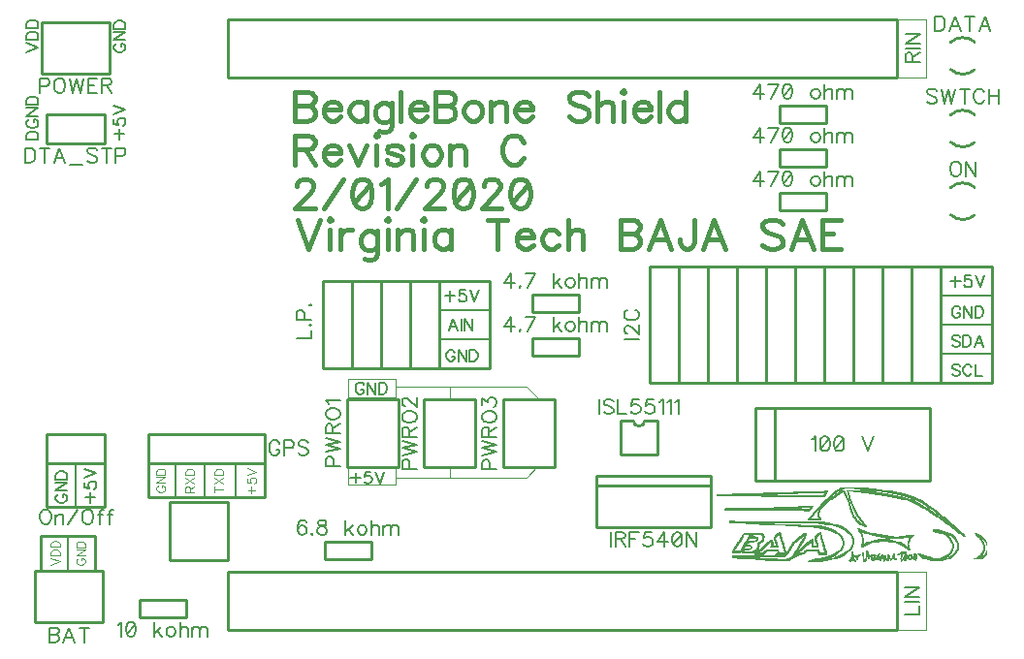
<source format=gbr>
G04 DipTrace 3.3.1.3*
G04 TopSilk.gbr*
%MOMM*%
G04 #@! TF.FileFunction,Legend,Top*
G04 #@! TF.Part,Single*
%ADD10C,0.25*%
%ADD12C,0.076*%
%ADD19C,0.254*%
%ADD20C,0.03333*%
%ADD21C,0.127*%
%ADD22C,0.1*%
%ADD65C,0.19608*%
%ADD66C,0.39216*%
%ADD68C,0.11765*%
%ADD69C,0.15686*%
%FSLAX35Y35*%
G04*
G71*
G90*
G75*
G01*
G04 TopSilk*
%LPD*%
X5902581Y3590800D2*
D10*
Y3743200D1*
X5495419Y3590800D2*
X5902581D1*
X5495419D2*
Y3743200D1*
X5902581D1*
Y3971800D2*
Y4124200D1*
X5495419Y3971800D2*
X5902581D1*
X5495419D2*
Y4124200D1*
X5902581D1*
X4092831Y1812800D2*
Y1965200D1*
X3685669Y1812800D2*
X4092831D1*
X3685669D2*
Y1965200D1*
X4092831D1*
X1154250Y1709750D2*
X1744250D1*
Y1259750D1*
X1154250D1*
Y1709750D1*
X8969047Y3127250D2*
X7445453D1*
Y2492250D1*
X8969047D2*
X7445453D1*
X8969047Y3127250D2*
D3*
X7614404D2*
Y2492250D1*
X8969047D2*
Y3127250D1*
X9358020Y6085080D2*
G02X9149152Y6087960I-102803J119726D01*
G01*
X9358020Y6328920D2*
G03X9149152Y6326040I-102803J-119726D01*
G01*
X1253970Y5699013D2*
X1762030D1*
Y5445000D1*
X1253970D1*
Y5699013D1*
X2142955Y2905013D2*
X3159045D1*
Y2651000D1*
X2142955D1*
Y2905013D1*
X8048487Y3349455D2*
X8302500D1*
Y4365545D1*
X8048487D1*
Y3349455D1*
X7794487D2*
X8048500D1*
Y4365545D1*
X7794487D1*
Y3349455D1*
X7540487D2*
X7794500D1*
Y4365545D1*
X7540487D1*
Y3349455D1*
X7286487D2*
X7540500D1*
Y4365545D1*
X7286487D1*
Y3349455D1*
X7032487D2*
X7286500D1*
Y4365545D1*
X7032487D1*
Y3349455D1*
X6778487D2*
X7032500D1*
Y4365545D1*
X6778487D1*
Y3349455D1*
X6524487D2*
X6778500D1*
Y4365545D1*
X6524487D1*
Y3349455D1*
X8302487D2*
X8556500D1*
Y4365545D1*
X8302487D1*
Y3349455D1*
X8556487D2*
X8810500D1*
Y4365545D1*
X8556487D1*
Y3349455D1*
X8810487D2*
X9064500D1*
Y4365545D1*
X8810487D1*
Y3349455D1*
X2333500Y1800100D2*
X2841500D1*
Y2308100D1*
X2333500D1*
Y1800100D1*
X2841500Y1698500D2*
X8683500D1*
Y1190500D1*
X2841500D1*
Y1698500D1*
X3666987Y3476548D2*
X3921000D1*
Y4238452D1*
X3666987D1*
Y3476548D1*
X3920987D2*
X4175000D1*
Y4238452D1*
X3920987D1*
Y3476548D1*
X4174987D2*
X4429000D1*
Y4238452D1*
X4174987D1*
Y3476548D1*
X4428987D2*
X4683000D1*
Y4238452D1*
X4428987D1*
Y3476548D1*
X9358020Y4815080D2*
G02X9149152Y4817960I-102803J119726D01*
G01*
X9358020Y5058920D2*
G03X9149152Y5056040I-102803J-119726D01*
G01*
X1253970Y2905013D2*
X1762030D1*
Y2651000D1*
X1253970D1*
Y2905013D1*
X1213000Y6504000D2*
X1803000D1*
Y6054000D1*
X1213000D1*
Y6504000D1*
X3878000Y2614750D2*
X4328000D1*
Y3204750D1*
X3878000D1*
Y2614750D1*
X4544750D2*
X4994750D1*
Y3204750D1*
X4544750D1*
Y2614750D1*
X5243250D2*
X5693250D1*
Y3204750D1*
X5243250D1*
Y2614750D1*
X6056250Y2540000D2*
X7056250D1*
Y2090000D1*
X6056250D1*
Y2540000D1*
Y2450000D2*
X7056250D1*
X8061581Y4860800D2*
Y5013200D1*
X7654419Y4860800D2*
X8061581D1*
X7654419D2*
Y5013200D1*
X8061581D1*
Y5241800D2*
Y5394200D1*
X7654419Y5241800D2*
X8061581D1*
X7654419D2*
Y5394200D1*
X8061581D1*
Y5622800D2*
Y5775200D1*
X7654419Y5622800D2*
X8061581D1*
X7654419D2*
Y5775200D1*
X8061581D1*
X2066419Y1457200D2*
Y1304800D1*
X2473581Y1457200D2*
X2066419D1*
X2473581D2*
Y1304800D1*
X2066419D1*
X2841500Y6524500D2*
X8683500D1*
Y6016500D1*
X2841500D1*
Y6524500D1*
X9358020Y5450080D2*
G02X9149152Y5452960I-102803J119726D01*
G01*
X9358020Y5693920D2*
G03X9149152Y5691040I-102803J-119726D01*
G01*
X6268070Y3020177D2*
Y2720177D1*
X6588030Y3020177D2*
Y2720177D1*
X6268070D2*
X6588030D1*
X6268070Y3020177D2*
X6378042D1*
X6478058D2*
X6588030D1*
X6378042D2*
G03X6478058Y3020177I50008J-32D01*
G01*
X2143000Y2349377D2*
D19*
Y2857377D1*
Y2349377D2*
X3159000D1*
Y2857377D1*
X1254000Y2651000D2*
X1762000D1*
Y2270000D1*
X1254000D1*
Y2651000D1*
X8683500Y6524500D2*
D20*
X8937500D1*
Y6016500D1*
X8683500D1*
Y6524500D1*
Y1698500D2*
X8937500D1*
Y1190500D1*
X8683500D1*
Y1698500D1*
X1202370Y2012570D2*
D19*
X1678620D1*
Y1710943D1*
X1202370D1*
Y2012570D1*
X4683000Y4238500D2*
X5127500D1*
Y3476500D1*
X4683000D1*
Y4238500D1*
X9064500Y4365500D2*
X9509000D1*
Y3349500D1*
X9064500D1*
Y4365500D1*
Y4111500D2*
D21*
X9509000D1*
X9064500Y3857500D2*
X9509000D1*
X9064500Y3603500D2*
X9509000D1*
X4683000Y3984500D2*
X5127500D1*
X4683000Y3730500D2*
X5127500D1*
X2905000Y2349377D2*
Y2651000D1*
X2635127Y2349377D2*
Y2651000D1*
X2381127Y2349377D2*
Y2651000D1*
X1508000Y2270003D2*
Y2651000D1*
X1444500Y1714380D2*
Y2016000D1*
X4302000Y3317750D2*
D22*
X5445000D1*
X5540250Y3222500D1*
X4778250Y3317750D2*
Y3222500D1*
X4302000Y2524000D2*
X5445000D1*
X5540250Y2619250D1*
X4778250Y2524000D2*
Y2619250D1*
X3889250Y3381250D2*
X4302000D1*
Y3222500D1*
X3889250D1*
Y3381250D1*
Y2619250D2*
X4302000D1*
Y2460500D1*
X3889250D1*
Y2619250D1*
X8182800Y2437027D2*
D12*
X8403200D1*
X8172312Y2429427D2*
X8205889D1*
X8304400D2*
X8464491D1*
X8161476Y2421827D2*
X8191693D1*
X8393728D2*
X8520867D1*
X8150614Y2414227D2*
X8178582D1*
X8205600D2*
X8213200D1*
X8243600D2*
X8342400D1*
X8457108D2*
X8571396D1*
X8046000Y2406627D2*
X8068800D1*
X8140291D2*
X8166329D1*
X8190689D2*
X8217002D1*
X8243889D2*
X8406095D1*
X8514865D2*
X8616869D1*
X7772400Y2399027D2*
X8067306D1*
X8130763D2*
X8154572D1*
X8176493D2*
X8221416D1*
X8244864D2*
X8249706D1*
X8330319D2*
X8465546D1*
X8565961D2*
X8658642D1*
X7514000Y2391427D2*
X8064181D1*
X8121352D2*
X8143289D1*
X8163406D2*
X8191604D1*
X8211996D2*
X8225822D1*
X8246715D2*
X8254181D1*
X8396853D2*
X8520795D1*
X8611805D2*
X8697759D1*
X7240400Y2383827D2*
X7810400D1*
X8046000D2*
X8059416D1*
X8111557D2*
X8132802D1*
X8151348D2*
X8178556D1*
X8217444D2*
X8229985D1*
X8248931D2*
X8256993D1*
X8457659D2*
X8572319D1*
X8654527D2*
X8733683D1*
X7103600Y2376227D2*
X7628000D1*
X8038400D2*
X8054227D1*
X8101856D2*
X8123344D1*
X8140187D2*
X8166322D1*
X8222078D2*
X8233950D1*
X8251231D2*
X8259196D1*
X8514236D2*
X8620456D1*
X8694277D2*
X8764793D1*
X7103600Y2368627D2*
X8049778D1*
X8092872D2*
X8114400D1*
X8129600D2*
X8154540D1*
X8226260D2*
X8237626D1*
X8253821D2*
X8261580D1*
X8567445D2*
X8664694D1*
X8729757D2*
X8790710D1*
X7498800Y2361027D2*
X8046000D1*
X8084546D2*
X8142993D1*
X8230207D2*
X8240825D1*
X8256419D2*
X8264008D1*
X8616635D2*
X8703475D1*
X8760243D2*
X8812812D1*
X8076617Y2353427D2*
X8131559D1*
X8234071D2*
X8243600D1*
X8258800D2*
X8266382D1*
X8660659D2*
X8736132D1*
X8785976D2*
X8832255D1*
X8068881Y2345827D2*
X8084000D1*
X8099200D2*
X8120381D1*
X8237886D2*
X8268965D1*
X8699139D2*
X8763741D1*
X8807623D2*
X8849479D1*
X8061229Y2338227D2*
X8109699D1*
X8241670D2*
X8271513D1*
X8732347D2*
X8787351D1*
X8826197D2*
X8864789D1*
X8053610Y2330627D2*
X8099421D1*
X8245229D2*
X8251200D1*
X8266400D2*
X8273973D1*
X8760395D2*
X8807070D1*
X8842951D2*
X8878599D1*
X8046003Y2323027D2*
X8089141D1*
X8248304D2*
X8276818D1*
X8783507D2*
X8823392D1*
X8858773D2*
X8891765D1*
X8038401Y2315427D2*
X8079211D1*
X8250980D2*
X8258800D1*
X8274000D2*
X8280077D1*
X8802835D2*
X8838021D1*
X8873959D2*
X8904709D1*
X8030800Y2307827D2*
X8070131D1*
X8253659D2*
X8283392D1*
X8819930D2*
X8852450D1*
X8888255D2*
X8917141D1*
X8023200Y2300227D2*
X8061768D1*
X8256019D2*
X8286366D1*
X8835890D2*
X8866908D1*
X8901401D2*
X8929080D1*
X8015600Y2292627D2*
X8053824D1*
X8257766D2*
X8267575D1*
X8282775D2*
X8289032D1*
X8851130D2*
X8880902D1*
X8913665D2*
X8940707D1*
X8008030Y2285027D2*
X8046083D1*
X8259498D2*
X8269459D1*
X8284688D2*
X8291964D1*
X8865475D2*
X8894149D1*
X8925456D2*
X8951967D1*
X7818000Y2277427D2*
X7939600D1*
X8000697D2*
X8038430D1*
X8261662D2*
X8271456D1*
X8286923D2*
X8295287D1*
X8878864D2*
X8907092D1*
X8937006D2*
X8962682D1*
X7605200Y2269827D2*
X7938106D1*
X7994065D2*
X8030840D1*
X8263780D2*
X8273054D1*
X8289253D2*
X8298852D1*
X8891862D2*
X8919953D1*
X8948471D2*
X8972972D1*
X7400000Y2262227D2*
X7840800D1*
X7916800D2*
X7934951D1*
X7988286D2*
X8023500D1*
X8265427D2*
X8274729D1*
X8292046D2*
X8302562D1*
X8904743D2*
X8932356D1*
X8959886D2*
X8983286D1*
X7179600Y2254627D2*
X7635600D1*
X7916800D2*
X7929896D1*
X7982634D2*
X8016896D1*
X8267120D2*
X8276902D1*
X8295316D2*
X8306318D1*
X8917152D2*
X8944285D1*
X8971270D2*
X8993485D1*
X7175563Y2247027D2*
X7923533D1*
X7976360D2*
X8011383D1*
X8269299D2*
X8279251D1*
X8298862D2*
X8310110D1*
X8929084D2*
X8955938D1*
X8982399D2*
X9003534D1*
X7172000Y2239427D2*
X7916486D1*
X7969464D2*
X8006729D1*
X8271650D2*
X8281626D1*
X8302565D2*
X8313929D1*
X8940737D2*
X8967435D1*
X8992837D2*
X9013748D1*
X7871200Y2231827D2*
X7909200D1*
X7962187D2*
X7977600D1*
X7994294D2*
X8002572D1*
X8274026D2*
X8284437D1*
X8306349D2*
X8317971D1*
X8952235D2*
X8978881D1*
X9002411D2*
X9023907D1*
X7954720Y2224227D2*
X7970030D1*
X7989849D2*
X7998891D1*
X8276837D2*
X8287713D1*
X8310378D2*
X8322495D1*
X8963681D2*
X8990289D1*
X9011839D2*
X9033942D1*
X7947201Y2216627D2*
X7962697D1*
X7987304D2*
X7996054D1*
X8280113D2*
X8291261D1*
X8314898D2*
X8327391D1*
X8975089D2*
X9001677D1*
X9021642D2*
X9044120D1*
X7939887Y2209027D2*
X7956065D1*
X7986099D2*
X7994593D1*
X8283661D2*
X8294965D1*
X8319791D2*
X8332044D1*
X8986500D2*
X9012875D1*
X9031364D2*
X9054011D1*
X7933262Y2201427D2*
X7950286D1*
X7985832D2*
X7994725D1*
X8287365D2*
X8298749D1*
X8324444D2*
X8336346D1*
X8997896D2*
X9023641D1*
X9040465D2*
X9063106D1*
X7927485Y2193827D2*
X7944635D1*
X7986594D2*
X7996459D1*
X8291119D2*
X8302778D1*
X8328746D2*
X8340645D1*
X9009303D2*
X9034000D1*
X9049200D2*
X9071732D1*
X7921864Y2186227D2*
X7938366D1*
X7988398D2*
X7999488D1*
X8294911D2*
X8307298D1*
X8333016D2*
X8345504D1*
X9020697D2*
X9080642D1*
X7915879Y2178627D2*
X7931510D1*
X7990631D2*
X8003550D1*
X8298729D2*
X8312221D1*
X8337637D2*
X8351168D1*
X9032103D2*
X9056800D1*
X9072000D2*
X9090202D1*
X7910160Y2171027D2*
X7924400D1*
X7992800D2*
X8008087D1*
X8302801D2*
X8317141D1*
X8342599D2*
X8356954D1*
X9043497D2*
X9099805D1*
X7905493Y2163427D2*
X8012118D1*
X8307592D2*
X8322441D1*
X8347533D2*
X8362357D1*
X9054873D2*
X9108750D1*
X7901600Y2155827D2*
X8015600D1*
X8313486D2*
X8328850D1*
X8352808D2*
X8367826D1*
X9066030D2*
X9117091D1*
X7217600Y2148227D2*
X7255600D1*
X8320226D2*
X8336860D1*
X8358924D2*
X8373775D1*
X9076705D2*
X9125283D1*
X7217600Y2140627D2*
X8030800D1*
X8327475D2*
X8346701D1*
X8365720D2*
X8379681D1*
X9087010D2*
X9133985D1*
X7217600Y2133027D2*
X8070206D1*
X8335217D2*
X8357600D1*
X8372800D2*
X8385131D1*
X9097556D2*
X9143457D1*
X7362000Y2125427D2*
X7605200D1*
X8019574D2*
X8104959D1*
X8344024D2*
X8390617D1*
X9108454D2*
X9153024D1*
X7476000Y2117827D2*
X7719200D1*
X8063922D2*
X8133803D1*
X8354688D2*
X8396550D1*
X9119355D2*
X9161956D1*
X7590000Y2110227D2*
X7833200D1*
X8100809D2*
X8157678D1*
X8367307D2*
X8402250D1*
X9129696D2*
X9170293D1*
X7704000Y2102627D2*
X8000400D1*
X8130911D2*
X8178010D1*
X8381206D2*
X8406910D1*
X9139232D2*
X9178483D1*
X7818000Y2095027D2*
X8038627D1*
X8155994D2*
X8195627D1*
X8395600D2*
X8410800D1*
X9148646D2*
X9187186D1*
X7978877Y2087427D2*
X8070239D1*
X8177175D2*
X8211066D1*
X9158473D2*
X9196657D1*
X8025488Y2079827D2*
X8095635D1*
X8195229D2*
X8224669D1*
X8334800D2*
X8342400D1*
X9168441D2*
X9206224D1*
X8061716Y2072227D2*
X8116425D1*
X8210621D2*
X8236858D1*
X8337717D2*
X8362602D1*
X8996000D2*
X9026400D1*
X9178393D2*
X9215156D1*
X8088933Y2064627D2*
X8133348D1*
X8223347D2*
X8247693D1*
X8341221D2*
X8383140D1*
X8996000D2*
X9060829D1*
X9188569D2*
X9223493D1*
X8110045Y2057027D2*
X8146818D1*
X8233752D2*
X8256913D1*
X8345481D2*
X8404529D1*
X8996000D2*
X9089254D1*
X9198714D2*
X9231683D1*
X7650800Y2049427D2*
X7658400D1*
X8000400D2*
X8008000D1*
X8127575D2*
X8157547D1*
X8242681D2*
X8264472D1*
X8350262D2*
X8366375D1*
X8381923D2*
X8426941D1*
X9027831D2*
X9111487D1*
X9208774D2*
X9240356D1*
X7642025Y2041827D2*
X7659575D1*
X7871200D2*
X7886400D1*
X7992770D2*
X8010628D1*
X8142577D2*
X8166605D1*
X8250848D2*
X8270627D1*
X8354870D2*
X8368288D1*
X8400575D2*
X8451353D1*
X9053994D2*
X9129137D1*
X9219218D2*
X9249531D1*
X7339200Y2034227D2*
X7506400D1*
X7632571D2*
X7661459D1*
X7862396D2*
X7886111D1*
X7984933D2*
X8013157D1*
X8155098D2*
X8174821D1*
X8258642D2*
X8276174D1*
X8359125D2*
X8370523D1*
X8422125D2*
X8480523D1*
X9074756D2*
X9143684D1*
X9230083D2*
X9257835D1*
X9360800D2*
X9368400D1*
X7332775Y2026627D2*
X7511053D1*
X7623300D2*
X7663456D1*
X7852644D2*
X7885107D1*
X7976661D2*
X8015566D1*
X8165381D2*
X8182633D1*
X8266058D2*
X8281512D1*
X8363122D2*
X8372823D1*
X8447163D2*
X8518266D1*
X9091395D2*
X9117600D1*
X9131306D2*
X9156246D1*
X9241038D2*
X9264638D1*
X9362819D2*
X9386789D1*
X7327088Y2019027D2*
X7337996D1*
X7383596D2*
X7422800D1*
X7497306D2*
X7514853D1*
X7615634D2*
X7665054D1*
X7842078D2*
X7883018D1*
X7968536D2*
X7992830D1*
X8008030D2*
X8018131D1*
X8174006D2*
X8190026D1*
X8272690D2*
X8286312D1*
X8366742D2*
X8375350D1*
X8476595D2*
X8566633D1*
X8783200D2*
X8821200D1*
X9104638D2*
X9125170D1*
X9143351D2*
X9167219D1*
X9251699D2*
X9267431D1*
X9369536D2*
X9402901D1*
X7321723Y2011427D2*
X7335815D1*
X7381415D2*
X7415200D1*
X7501721D2*
X7517749D1*
X7609546D2*
X7628000D1*
X7658430D2*
X7666729D1*
X7831060D2*
X7880071D1*
X7961253D2*
X7985527D1*
X8008297D2*
X8020445D1*
X8181190D2*
X8196422D1*
X8278183D2*
X8290413D1*
X8369587D2*
X8377621D1*
X8512122D2*
X8623654D1*
X8722400D2*
X8814540D1*
X9115212D2*
X9132503D1*
X9153496D2*
X9176488D1*
X9262000D2*
X9269600D1*
X9378527D2*
X9416118D1*
X7316423Y2003827D2*
X7332611D1*
X7378211D2*
X7460800D1*
X7504691D2*
X7517155D1*
X7607338D2*
X7620400D1*
X7658697D2*
X7668902D1*
X7819836D2*
X7847225D1*
X7864775D2*
X7876658D1*
X7958318D2*
X7979222D1*
X8009265D2*
X8022175D1*
X8187159D2*
X8201214D1*
X8282602D2*
X8293738D1*
X8371307D2*
X8379080D1*
X8554540D2*
X8807128D1*
X9123946D2*
X9139105D1*
X9162331D2*
X9184034D1*
X9387949D2*
X9426774D1*
X7311379Y1996227D2*
X7328462D1*
X7374062D2*
X7460770D1*
X7504776D2*
X7515933D1*
X7606394D2*
X7612800D1*
X7659665D2*
X7671251D1*
X7808768D2*
X7837712D1*
X7859088D2*
X7873006D1*
X7959018D2*
X7974082D1*
X8011115D2*
X8023901D1*
X8192595D2*
X8204752D1*
X8286059D2*
X8296517D1*
X8372171D2*
X8379836D1*
X8600800D2*
X8730000D1*
X8782025D2*
X8800190D1*
X9131140D2*
X9144617D1*
X9170435D2*
X9189957D1*
X9396090D2*
X9435782D1*
X7306318Y1988627D2*
X7323690D1*
X7369319D2*
X7384800D1*
X7453200D2*
X7460177D1*
X7502115D2*
X7514672D1*
X7582400D2*
D3*
X7606817D2*
X7616598D1*
X7661515D2*
X7673597D1*
X7798381D2*
X7827877D1*
X7853723D2*
X7869241D1*
X7932000D2*
X7939600D1*
X7960344D2*
X7972512D1*
X8013331D2*
X8026092D1*
X8197633D2*
X8207814D1*
X8288889D2*
X8299237D1*
X8372554D2*
X8380177D1*
X8524800D2*
X8593200D1*
X8780141D2*
X8794452D1*
X9136885D2*
X9149271D1*
X9177980D2*
X9194775D1*
X9402658D2*
X9443696D1*
X7301145Y1981027D2*
X7318857D1*
X7364724D2*
X7377200D1*
X7445600D2*
X7458573D1*
X7495556D2*
X7512823D1*
X7571292D2*
X7590000D1*
X7608445D2*
X7619755D1*
X7663731D2*
X7676170D1*
X7789112D2*
X7817977D1*
X7848453D2*
X7865219D1*
X7923225D2*
X7940775D1*
X7961642D2*
X7973771D1*
X8015625D2*
X8028448D1*
X8201453D2*
X8210298D1*
X8291597D2*
X8301551D1*
X8372709D2*
X8380317D1*
X8491794D2*
X8627919D1*
X8778174D2*
X8789899D1*
X9141625D2*
X9153428D1*
X9184662D2*
X9198994D1*
X9408419D2*
X9420396D1*
X9436511D2*
X9450271D1*
X7296151Y1973427D2*
X7313875D1*
X7360443D2*
X7444052D1*
X7487264D2*
X7510037D1*
X7561509D2*
X7590289D1*
X7610577D2*
X7622710D1*
X7666025D2*
X7678715D1*
X7780922D2*
X7807850D1*
X7843646D2*
X7860701D1*
X7913741D2*
X7942659D1*
X7963197D2*
X7975613D1*
X8018180D2*
X8030796D1*
X8203700D2*
X8211837D1*
X8293681D2*
X8302769D1*
X8372768D2*
X8380370D1*
X8463715D2*
X8535996D1*
X8579596D2*
X8657348D1*
X8776842D2*
X8786381D1*
X9145842D2*
X9157139D1*
X9190203D2*
X9202727D1*
X9413851D2*
X9425815D1*
X9443107D2*
X9454875D1*
X7291108Y1965827D2*
X7308731D1*
X7356181D2*
X7420364D1*
X7478261D2*
X7503299D1*
X7552804D2*
X7591264D1*
X7612841D2*
X7625416D1*
X7668580D2*
X7681144D1*
X7773940D2*
X7798009D1*
X7839316D2*
X7855808D1*
X7904174D2*
X7944626D1*
X7965326D2*
X7977735D1*
X8020718D2*
X8033340D1*
X8204808D2*
X8212621D1*
X8294821D2*
X8302566D1*
X8372759D2*
X8380390D1*
X8440655D2*
X8498981D1*
X8619878D2*
X8681639D1*
X8776136D2*
X8783526D1*
X9149801D2*
X9160273D1*
X9194866D2*
X9205869D1*
X9418690D2*
X9430182D1*
X9448588D2*
X9457472D1*
X7285942Y1958227D2*
X7303746D1*
X7351562D2*
X7394220D1*
X7469873D2*
X7494918D1*
X7544685D2*
X7567200D1*
X7582370D2*
X7593087D1*
X7615357D2*
X7627909D1*
X7671118D2*
X7683721D1*
X7768273D2*
X7789217D1*
X7835262D2*
X7851156D1*
X7895242D2*
X7945958D1*
X7967682D2*
X7980190D1*
X8023145D2*
X8035647D1*
X8205263D2*
X8212972D1*
X8293011D2*
X8301060D1*
X8372499D2*
X8380397D1*
X8421190D2*
X8468696D1*
X8651593D2*
X8701969D1*
X8775813D2*
X8780808D1*
X9153640D2*
X9162969D1*
X9199026D2*
X9208568D1*
X9422805D2*
X9433395D1*
X9452975D2*
X9458723D1*
X7280950Y1950627D2*
X7298707D1*
X7346601D2*
X7372740D1*
X7463181D2*
X7485831D1*
X7536619D2*
X7559600D1*
X7582103D2*
X7595055D1*
X7617644D2*
X7630509D1*
X7673545D2*
X7686041D1*
X7763532D2*
X7781829D1*
X7831336D2*
X7846854D1*
X7886936D2*
X7918294D1*
X7938425D2*
X7946666D1*
X7970233D2*
X7982435D1*
X8025722D2*
X8037376D1*
X8205190D2*
X8213086D1*
X8290287D2*
X8298985D1*
X8371533D2*
X8380400D1*
X8403200D2*
X8444106D1*
X8676245D2*
X8718985D1*
X8775680D2*
X8778721D1*
X9157189D2*
X9165656D1*
X9202709D2*
X9211255D1*
X9426135D2*
X9435521D1*
X9456186D2*
X9459263D1*
X7275908Y1943027D2*
X7293542D1*
X7341696D2*
X7354400D1*
X7458212D2*
X7476994D1*
X7527976D2*
X7551970D1*
X7581129D2*
X7596495D1*
X7619221D2*
X7632807D1*
X7676122D2*
X7687773D1*
X7759086D2*
X7775738D1*
X7827252D2*
X7842584D1*
X7878984D2*
X7906249D1*
X7936540D2*
X7947001D1*
X7973593D2*
X7983885D1*
X8028041D2*
X8039101D1*
X8204265D2*
X8212873D1*
X8286984D2*
X8296715D1*
X8369713D2*
X8423699D1*
X8696117D2*
X8733584D1*
X8775628D2*
X8777579D1*
X9160004D2*
X9167988D1*
X9205576D2*
X9213588D1*
X9428916D2*
X9437407D1*
X9458181D2*
X9459483D1*
X7270742Y1935427D2*
X7288550D1*
X7336688D2*
X7381526D1*
X7458160D2*
X7468400D1*
X7518528D2*
X7544103D1*
X7579245D2*
X7597600D1*
X7620400D2*
X7634281D1*
X7678441D2*
X7689500D1*
X7754399D2*
X7770214D1*
X7822713D2*
X7837963D1*
X7870983D2*
X7896104D1*
X7934553D2*
X7947200D1*
X7977600D2*
X7984639D1*
X8029774D2*
X8041292D1*
X8202204D2*
X8211924D1*
X8283379D2*
X8293943D1*
X8367745D2*
X8406844D1*
X8713140D2*
X8747075D1*
X8775609D2*
X8779099D1*
X9161684D2*
X9169439D1*
X9207274D2*
X9215069D1*
X9431637D2*
X9439629D1*
X9459600D2*
D3*
X7265750Y1927827D2*
X7283508D1*
X7331565D2*
X7399406D1*
X7458736D2*
X7476000D1*
X7508970D2*
X7535535D1*
X7576983D2*
X7635082D1*
X7680174D2*
X7691692D1*
X7749413D2*
X7764884D1*
X7817812D2*
X7833007D1*
X7862358D2*
X7887240D1*
X7933107D2*
X7984993D1*
X8031500D2*
X8043648D1*
X8199266D2*
X8210081D1*
X8279632D2*
X8290680D1*
X8366305D2*
X8392896D1*
X8728196D2*
X8760400D1*
X8775600D2*
X8780850D1*
X9162276D2*
X9169935D1*
X9207873D2*
X9215803D1*
X9433951D2*
X9441740D1*
X7260708Y1920227D2*
X7278342D1*
X7326815D2*
X7346800D1*
X7400000D2*
X7411771D1*
X7458962D2*
X7472464D1*
X7500036D2*
X7526114D1*
X7574800D2*
X7635600D1*
X7681900D2*
X7694048D1*
X7744500D2*
X7760057D1*
X7813157D2*
X7828138D1*
X7852855D2*
X7878839D1*
X7932000D2*
X7985200D1*
X8033692D2*
X8045996D1*
X8195827D2*
X8207838D1*
X8275586D2*
X8287107D1*
X8365200D2*
X8380400D1*
X8741612D2*
X8782353D1*
X9161689D2*
X9169310D1*
X9207288D2*
X9215879D1*
X9435169D2*
X9443097D1*
X7255542Y1912627D2*
X7273322D1*
X7322482D2*
X7339200D1*
X7400000D2*
X7409823D1*
X7455816D2*
X7470115D1*
X7491690D2*
X7516566D1*
X7684092D2*
X7696396D1*
X7739490D2*
X7755690D1*
X7808855D2*
X7823191D1*
X7842986D2*
X7870057D1*
X8036048D2*
X8048570D1*
X8191909D2*
X8205248D1*
X8270803D2*
X8283137D1*
X8753789D2*
X8784187D1*
X9159994D2*
X9167631D1*
X9205593D2*
X9215051D1*
X9434966D2*
X9443556D1*
X7250550Y1905027D2*
X7268032D1*
X7318238D2*
X7398423D1*
X7450322D2*
X7468400D1*
X7483600D2*
X7507640D1*
X7686448D2*
X7698940D1*
X7734365D2*
X7751396D1*
X7804584D2*
X7818000D1*
X7833200D2*
X7860557D1*
X8038396D2*
X8051115D1*
X8187176D2*
X8201458D1*
X8264913D2*
X8278385D1*
X8764993D2*
X8787103D1*
X9157807D2*
X9165706D1*
X9203407D2*
X9213255D1*
X9433460D2*
X9442918D1*
X7245567Y1897427D2*
X7262017D1*
X7313699D2*
X7364798D1*
X7441689D2*
X7499335D1*
X7536800D2*
X7635600D1*
X7688801D2*
X7701218D1*
X7729639D2*
X7746767D1*
X7799963D2*
X7850980D1*
X7886400D2*
X7992800D1*
X8040941D2*
X8053544D1*
X8181274D2*
X8196101D1*
X8258144D2*
X8272507D1*
X8775600D2*
X8790800D1*
X9155267D2*
X9164104D1*
X9200837D2*
X9211029D1*
X9431385D2*
X9441204D1*
X7240986Y1889827D2*
X7255600D1*
X7308800D2*
X7324000D1*
X7429482D2*
X7491413D1*
X7529200D2*
X7639136D1*
X7691411D2*
X7702685D1*
X7725525D2*
X7741832D1*
X7795031D2*
X7842039D1*
X7878800D2*
X7994197D1*
X8043239D2*
X8056121D1*
X8174243D2*
X8189608D1*
X8250628D2*
X8265771D1*
X9151751D2*
X9162170D1*
X9197054D2*
X9208475D1*
X9429115D2*
X9439040D1*
X7237367Y1882227D2*
X7339200D1*
X7415200D2*
X7483675D1*
X7521600D2*
X7641485D1*
X7694016D2*
X7703483D1*
X7722109D2*
X7737164D1*
X7790364D2*
X7833691D1*
X7871200D2*
X7996864D1*
X8044819D2*
X8058411D1*
X8165762D2*
X8182492D1*
X8241917D2*
X8258524D1*
X8410800D2*
X8418400D1*
X9147336D2*
X9159031D1*
X9191700D2*
X9204954D1*
X9426313D2*
X9436735D1*
X9459600D2*
D3*
X7238340Y1874627D2*
X7476000D1*
X7514000D2*
X7536800D1*
X7634962D2*
X7643200D1*
X7696400D2*
X7704000D1*
X7719200D2*
X7732857D1*
X7786057D2*
X7825600D1*
X7863600D2*
X7886133D1*
X7986380D2*
X8000400D1*
X8046000D2*
X8059877D1*
X8155201D2*
X8175057D1*
X8231290D2*
X8250812D1*
X8281600D2*
X8289200D1*
X8410800D2*
X8426000D1*
X8722400D2*
X8752800D1*
X9142397D2*
X9154833D1*
X9185208D2*
X9200566D1*
X9422784D2*
X9433950D1*
X9456683D2*
X9459600D1*
X7240400Y1867027D2*
X7308800D1*
X7324000D2*
X7529200D1*
X7633522D2*
X7728526D1*
X7781755D2*
X7876128D1*
X7988328D2*
X8060637D1*
X8142329D2*
X8167204D1*
X8218647D2*
X8242243D1*
X8281600D2*
X8291867D1*
X8372800D2*
X8380400D1*
X8410800D2*
X8422319D1*
X8706458D2*
X8752800D1*
X9136231D2*
X9150242D1*
X9178063D2*
X9195864D1*
X9418241D2*
X9430706D1*
X9453151D2*
X9459600D1*
X7438000Y1859427D2*
X7521600D1*
X7626578D2*
X7723348D1*
X7776867D2*
X7859811D1*
X7990610D2*
X8060992D1*
X8127125D2*
X8158098D1*
X8204398D2*
X8232280D1*
X8281570D2*
X8294451D1*
X8375398D2*
X8383908D1*
X8410800D2*
X8427299D1*
X8517200D2*
X8524800D1*
X8646400D2*
X8654000D1*
X8694242D2*
X8722400D1*
X8821200D2*
D3*
X8836400D2*
X8844000D1*
X8859200D2*
X8874400D1*
X9127975D2*
X9145108D1*
X9170368D2*
X9190430D1*
X9412422D2*
X9427358D1*
X9448645D2*
X9458106D1*
X7438000Y1851827D2*
X7514000D1*
X7616651D2*
X7716248D1*
X7770936D2*
X7835829D1*
X7992800D2*
X8061200D1*
X8109323D2*
X8146447D1*
X8188473D2*
X8220475D1*
X8281303D2*
X8296800D1*
X8342400D2*
X8357600D1*
X8377660D2*
X8386091D1*
X8410770D2*
X8433600D1*
X8448800D2*
X8486800D1*
X8509600D2*
X8521238D1*
X8547600D2*
X8555200D1*
X8570400D2*
D3*
X8593200D2*
X8600800D1*
X8616000D2*
D3*
X8642602D2*
X8654000D1*
X8684400D2*
X8699600D1*
X8714770D2*
X8722111D1*
X8745200D2*
X8768000D1*
X8783200D2*
X8806000D1*
X8821200D2*
D3*
X8836400D2*
X8845397D1*
X8864496D2*
X8898135D1*
X9117362D2*
X9139046D1*
X9161667D2*
X9183351D1*
X9405395D2*
X9424300D1*
X9442999D2*
X9454951D1*
X7240400Y1844227D2*
X7706940D1*
X7764122D2*
X7810692D1*
X8088711D2*
X8131940D1*
X8170428D2*
X8206349D1*
X8280335D2*
X8350084D1*
X8379101D2*
X8387196D1*
X8410503D2*
X8517200D1*
X8532400D2*
X8578000D1*
X8593200D2*
X8616000D1*
X8639440D2*
X8654000D1*
X8714503D2*
X8721136D1*
X8740517D2*
X8806000D1*
X8821200D2*
D3*
X8836400D2*
X8848064D1*
X8872094D2*
X8924475D1*
X9103372D2*
X9132270D1*
X9151495D2*
X9174412D1*
X9396717D2*
X9421600D1*
X9436800D2*
X9449837D1*
X7240400Y1836627D2*
X7696400D1*
X7756319D2*
X7791162D1*
X8064701D2*
X8115778D1*
X8150450D2*
X8189767D1*
X8278485D2*
X8342059D1*
X8379875D2*
X8387685D1*
X8409529D2*
X8456400D1*
X8479200D2*
X8486800D1*
X8502000D2*
X8578000D1*
X8593200D2*
X8616000D1*
X8636447D2*
X8654000D1*
X8713535D2*
X8719313D1*
X8736449D2*
X8784597D1*
X8797003D2*
X8851600D1*
X8881853D2*
X8955074D1*
X9085118D2*
X9125200D1*
X9140400D2*
X9163917D1*
X9385797D2*
X9442892D1*
X7240400Y1829027D2*
X7445600D1*
X7746523D2*
X7777190D1*
X8036324D2*
X8099200D1*
X8129600D2*
X8170748D1*
X8276239D2*
X8297975D1*
X8319912D2*
X8334933D1*
X8380478D2*
X8387884D1*
X8407645D2*
X8410800D1*
X8426000D2*
X8433600D1*
X8448830D2*
X8456400D1*
X8471600D2*
X8532400D1*
X8547600D2*
X8578000D1*
X8593200D2*
X8616000D1*
X8633677D2*
X8654000D1*
X8711744D2*
X8717345D1*
X8733355D2*
X8779664D1*
X8801936D2*
X8848092D1*
X8893706D2*
X8988400D1*
X9064400D2*
X9110000D1*
X9125200D2*
X9151722D1*
X9373695D2*
X9433478D1*
X7320491Y1821427D2*
X7529200D1*
X7733786D2*
X7766399D1*
X8004094D2*
X8076400D1*
X8099200D2*
X8148589D1*
X8273650D2*
X8299918D1*
X8321092D2*
X8332938D1*
X8381584D2*
X8387961D1*
X8405383D2*
X8410800D1*
X8426000D2*
X8433600D1*
X8449119D2*
X8479200D1*
X8494400D2*
X8532400D1*
X8547600D2*
X8616000D1*
X8631200D2*
X8669200D1*
X8710063D2*
X8715905D1*
X8731401D2*
X8745200D1*
X8760400D2*
X8775600D1*
X8806000D2*
X8821200D1*
X8836400D2*
X8845909D1*
X8908401D2*
X9136884D1*
X9362751D2*
X9420900D1*
X7401901Y1813827D2*
X7628000D1*
X7719200D2*
X7756423D1*
X7971079D2*
X8046000D1*
X8061200D2*
X8121941D1*
X8269885D2*
X8281600D1*
X8296800D2*
X8302465D1*
X8323691D2*
X8333757D1*
X8383458D2*
X8388000D1*
X8403200D2*
X8409620D1*
X8426000D2*
X8433600D1*
X8450294D2*
X8669200D1*
X8709711D2*
X8714800D1*
X8730000D2*
X8737600D1*
X8752800D2*
X8844802D1*
X8926840D2*
X9118391D1*
X9353200D2*
X9406400D1*
X7484340Y1806227D2*
X7745752D1*
X7941937D2*
X8089171D1*
X8264689D2*
X8306151D1*
X8327200D2*
X8334800D1*
X8385445D2*
X8407672D1*
X8452892D2*
X8494400D1*
X8509600D2*
X8540000D1*
X8562800D2*
X8600800D1*
X8623600D2*
X8631200D1*
X8654000D2*
X8669200D1*
X8710889D2*
X8760400D1*
X8783200D2*
X8798400D1*
X8821200D2*
X8828800D1*
X8844000D2*
X8844294D1*
X8949054D2*
X9096156D1*
X7567200Y1798627D2*
X7734400D1*
X7919639D2*
X8050203D1*
X8258800D2*
X8312093D1*
X8386892D2*
X8405390D1*
X8456400D2*
D3*
X8532400D2*
X8540000D1*
X8562800D2*
X8570400D1*
X8585600D2*
X8600800D1*
X8623600D2*
D3*
X8712816D2*
X8722400D1*
X8737600D2*
X8752800D1*
X8844000D2*
D3*
X8973200D2*
X9072000D1*
X7901600Y1791027D2*
X8008000D1*
X8266400D2*
X8274000D1*
X8304400D2*
X8319600D1*
X8388000D2*
X8403200D1*
X8562800D2*
D3*
X8714800D2*
D3*
X8182800Y2437027D2*
X8172312Y2429427D1*
X8161476Y2421827D1*
X8150614Y2414227D1*
X8140291Y2406627D1*
X8130763Y2399027D1*
X8121352Y2391427D1*
X8111557Y2383827D1*
X8101856Y2376227D1*
X8092872Y2368627D1*
X8084546Y2361027D1*
X8076617Y2353427D1*
X8068881Y2345827D1*
X8061229Y2338227D1*
X8053610Y2330627D1*
X8046003Y2323027D1*
X8038401Y2315427D1*
X8030800Y2307827D1*
X8023200Y2300227D1*
X8015600Y2292627D1*
X8008030Y2285027D1*
X8000697Y2277427D1*
X7994065Y2269827D1*
X7988286Y2262227D1*
X7982634Y2254627D1*
X7976360Y2247027D1*
X7969464Y2239427D1*
X7962187Y2231827D1*
X7954720Y2224227D1*
X7947201Y2216627D1*
X7939887Y2209027D1*
X7933262Y2201427D1*
X7927485Y2193827D1*
X7921864Y2186227D1*
X7915879Y2178627D1*
X7910160Y2171027D1*
X7905493Y2163427D1*
X7901600Y2155827D1*
X8403200Y2437027D2*
X8464491Y2429427D1*
X8520867Y2421827D1*
X8571396Y2414227D1*
X8616869Y2406627D1*
X8658642Y2399027D1*
X8697759Y2391427D1*
X8733683Y2383827D1*
X8764793Y2376227D1*
X8790710Y2368627D1*
X8812812Y2361027D1*
X8832255Y2353427D1*
X8849479Y2345827D1*
X8864789Y2338227D1*
X8878599Y2330627D1*
X8891765Y2323027D1*
X8904709Y2315427D1*
X8917141Y2307827D1*
X8929080Y2300227D1*
X8940707Y2292627D1*
X8951967Y2285027D1*
X8962682Y2277427D1*
X8972972Y2269827D1*
X8983286Y2262227D1*
X8993485Y2254627D1*
X9003534Y2247027D1*
X9013748Y2239427D1*
X9023907Y2231827D1*
X9033942Y2224227D1*
X9044120Y2216627D1*
X9054011Y2209027D1*
X9063106Y2201427D1*
X9071732Y2193827D1*
X9080642Y2186227D1*
X9090202Y2178627D1*
X9099805Y2171027D1*
X9108750Y2163427D1*
X9117091Y2155827D1*
X9125283Y2148227D1*
X9133985Y2140627D1*
X9143457Y2133027D1*
X9153024Y2125427D1*
X9161956Y2117827D1*
X9170293Y2110227D1*
X9178483Y2102627D1*
X9187186Y2095027D1*
X9196657Y2087427D1*
X9206224Y2079827D1*
X9215156Y2072227D1*
X9223493Y2064627D1*
X9231683Y2057027D1*
X9240356Y2049427D1*
X9249531Y2041827D1*
X9257835Y2034227D1*
X9264638Y2026627D1*
X9267431Y2019027D1*
X9269600Y2011427D1*
X8220800Y2437027D2*
X8205889Y2429427D1*
X8191693Y2421827D1*
X8178582Y2414227D1*
X8166329Y2406627D1*
X8154572Y2399027D1*
X8143289Y2391427D1*
X8132802Y2383827D1*
X8123344Y2376227D1*
X8114400Y2368627D1*
X8296800Y2437027D2*
X8304400Y2429427D1*
X8327200D2*
X8393728Y2421827D1*
X8457108Y2414227D1*
X8514865Y2406627D1*
X8565961Y2399027D1*
X8611805Y2391427D1*
X8654527Y2383827D1*
X8694277Y2376227D1*
X8729757Y2368627D1*
X8760243Y2361027D1*
X8785976Y2353427D1*
X8807623Y2345827D1*
X8826197Y2338227D1*
X8842951Y2330627D1*
X8858773Y2323027D1*
X8873959Y2315427D1*
X8888255Y2307827D1*
X8901401Y2300227D1*
X8913665Y2292627D1*
X8925456Y2285027D1*
X8937006Y2277427D1*
X8948471Y2269827D1*
X8959886Y2262227D1*
X8971270Y2254627D1*
X8982399Y2247027D1*
X8992837Y2239427D1*
X9002411Y2231827D1*
X9011839Y2224227D1*
X9021642Y2216627D1*
X9031364Y2209027D1*
X9040465Y2201427D1*
X9049200Y2193827D1*
X8205600Y2414227D2*
X8190689Y2406627D1*
X8176493Y2399027D1*
X8163406Y2391427D1*
X8151348Y2383827D1*
X8140187Y2376227D1*
X8129600Y2368627D1*
X8213200Y2414227D2*
X8217002Y2406627D1*
X8221416Y2399027D1*
X8225822Y2391427D1*
X8229985Y2383827D1*
X8233950Y2376227D1*
X8237626Y2368627D1*
X8240825Y2361027D1*
X8243600Y2353427D1*
Y2414227D2*
X8243889Y2406627D1*
X8244864Y2399027D1*
X8246715Y2391427D1*
X8248931Y2383827D1*
X8251231Y2376227D1*
X8253821Y2368627D1*
X8256419Y2361027D1*
X8258800Y2353427D1*
X8342400Y2414227D2*
X8406095Y2406627D1*
X8465546Y2399027D1*
X8520795Y2391427D1*
X8572319Y2383827D1*
X8620456Y2376227D1*
X8664694Y2368627D1*
X8703475Y2361027D1*
X8736132Y2353427D1*
X8763741Y2345827D1*
X8787351Y2338227D1*
X8807070Y2330627D1*
X8823392Y2323027D1*
X8838021Y2315427D1*
X8852450Y2307827D1*
X8866908Y2300227D1*
X8880902Y2292627D1*
X8894149Y2285027D1*
X8907092Y2277427D1*
X8919953Y2269827D1*
X8932356Y2262227D1*
X8944285Y2254627D1*
X8955938Y2247027D1*
X8967435Y2239427D1*
X8978881Y2231827D1*
X8990289Y2224227D1*
X9001677Y2216627D1*
X9012875Y2209027D1*
X9023641Y2201427D1*
X9034000Y2193827D1*
X8046000Y2406627D2*
Y2399027D1*
X8068800Y2406627D2*
X8067306Y2399027D1*
X8064181Y2391427D1*
X8059416Y2383827D1*
X8054227Y2376227D1*
X8049778Y2368627D1*
X8046000Y2361027D1*
X7772400Y2399027D2*
Y2391427D1*
X8243600Y2406627D2*
X8249706Y2399027D1*
X8254181Y2391427D1*
X8256993Y2383827D1*
X8259196Y2376227D1*
X8261580Y2368627D1*
X8264008Y2361027D1*
X8266382Y2353427D1*
X8268965Y2345827D1*
X8271513Y2338227D1*
X8273973Y2330627D1*
X8276818Y2323027D1*
X8280077Y2315427D1*
X8283392Y2307827D1*
X8286366Y2300227D1*
X8289032Y2292627D1*
X8291964Y2285027D1*
X8295287Y2277427D1*
X8298852Y2269827D1*
X8302562Y2262227D1*
X8306318Y2254627D1*
X8310110Y2247027D1*
X8313929Y2239427D1*
X8317971Y2231827D1*
X8322495Y2224227D1*
X8327391Y2216627D1*
X8332044Y2209027D1*
X8336346Y2201427D1*
X8340645Y2193827D1*
X8345504Y2186227D1*
X8351168Y2178627D1*
X8356954Y2171027D1*
X8362357Y2163427D1*
X8367826Y2155827D1*
X8373775Y2148227D1*
X8379681Y2140627D1*
X8385131Y2133027D1*
X8390617Y2125427D1*
X8396550Y2117827D1*
X8402250Y2110227D1*
X8406910Y2102627D1*
X8410800Y2095027D1*
X8258800Y2406627D2*
X8330319Y2399027D1*
X8396853Y2391427D1*
X8457659Y2383827D1*
X8514236Y2376227D1*
X8567445Y2368627D1*
X8616635Y2361027D1*
X8660659Y2353427D1*
X8699139Y2345827D1*
X8732347Y2338227D1*
X8760395Y2330627D1*
X8783507Y2323027D1*
X8802835Y2315427D1*
X8819930Y2307827D1*
X8835890Y2300227D1*
X8851130Y2292627D1*
X8865475Y2285027D1*
X8878864Y2277427D1*
X8891862Y2269827D1*
X8904743Y2262227D1*
X8917152Y2254627D1*
X8929084Y2247027D1*
X8940737Y2239427D1*
X8952235Y2231827D1*
X8963681Y2224227D1*
X8975089Y2216627D1*
X8986500Y2209027D1*
X8997896Y2201427D1*
X9009303Y2193827D1*
X9020697Y2186227D1*
X9032103Y2178627D1*
X9043497Y2171027D1*
X9054873Y2163427D1*
X9066030Y2155827D1*
X9076705Y2148227D1*
X9087010Y2140627D1*
X9097556Y2133027D1*
X9108454Y2125427D1*
X9119355Y2117827D1*
X9129696Y2110227D1*
X9139232Y2102627D1*
X9148646Y2095027D1*
X9158473Y2087427D1*
X9168441Y2079827D1*
X9178393Y2072227D1*
X9188569Y2064627D1*
X9198714Y2057027D1*
X9208774Y2049427D1*
X9219218Y2041827D1*
X9230083Y2034227D1*
X9241038Y2026627D1*
X9251699Y2019027D1*
X9262000Y2011427D1*
X7514000Y2391427D2*
Y2383827D1*
X8205600Y2399027D2*
X8191604Y2391427D1*
X8178556Y2383827D1*
X8166322Y2376227D1*
X8154540Y2368627D1*
X8142993Y2361027D1*
X8131559Y2353427D1*
X8120381Y2345827D1*
X8109699Y2338227D1*
X8099421Y2330627D1*
X8089141Y2323027D1*
X8079211Y2315427D1*
X8070131Y2307827D1*
X8061768Y2300227D1*
X8053824Y2292627D1*
X8046083Y2285027D1*
X8038430Y2277427D1*
X8030840Y2269827D1*
X8023500Y2262227D1*
X8016896Y2254627D1*
X8011383Y2247027D1*
X8006729Y2239427D1*
X8002572Y2231827D1*
X7998891Y2224227D1*
X7996054Y2216627D1*
X7994593Y2209027D1*
X7994725Y2201427D1*
X7996459Y2193827D1*
X7999488Y2186227D1*
X8003550Y2178627D1*
X8008087Y2171027D1*
X8012118Y2163427D1*
X8015600Y2155827D1*
X8205600Y2399027D2*
X8211996Y2391427D1*
X8217444Y2383827D1*
X8222078Y2376227D1*
X8226260Y2368627D1*
X8230207Y2361027D1*
X8234071Y2353427D1*
X8237886Y2345827D1*
X8241670Y2338227D1*
X8245229Y2330627D1*
X8248304Y2323027D1*
X8250980Y2315427D1*
X8253659Y2307827D1*
X8256019Y2300227D1*
X8257766Y2292627D1*
X8259498Y2285027D1*
X8261662Y2277427D1*
X8263780Y2269827D1*
X8265427Y2262227D1*
X8267120Y2254627D1*
X8269299Y2247027D1*
X8271650Y2239427D1*
X8274026Y2231827D1*
X8276837Y2224227D1*
X8280113Y2216627D1*
X8283661Y2209027D1*
X8287365Y2201427D1*
X8291119Y2193827D1*
X8294911Y2186227D1*
X8298729Y2178627D1*
X8302801Y2171027D1*
X8307592Y2163427D1*
X8313486Y2155827D1*
X8320226Y2148227D1*
X8327475Y2140627D1*
X8335217Y2133027D1*
X8344024Y2125427D1*
X8354688Y2117827D1*
X8367307Y2110227D1*
X8381206Y2102627D1*
X8395600Y2095027D1*
X7240400Y2383827D2*
Y2376227D1*
X7818000Y2391427D2*
X7810400Y2383827D1*
X8053600Y2391427D2*
X8046000Y2383827D1*
X8038400Y2376227D1*
X8030800Y2368627D1*
X7103600Y2376227D2*
Y2368627D1*
X7628000Y2383827D2*
Y2376227D1*
Y2368627D1*
X7491200D2*
X7498800Y2361027D1*
X8091600Y2353427D2*
X8084000Y2345827D1*
X8091600Y2353427D2*
X8099200Y2345827D1*
X8258800Y2338227D2*
X8251200Y2330627D1*
X8258800Y2338227D2*
X8266400Y2330627D1*
Y2323027D2*
X8258800Y2315427D1*
X8274000D2*
X8266400Y2300227D2*
X8267575Y2292627D1*
X8269459Y2285027D1*
X8271456Y2277427D1*
X8273054Y2269827D1*
X8274729Y2262227D1*
X8276902Y2254627D1*
X8279251Y2247027D1*
X8281626Y2239427D1*
X8284437Y2231827D1*
X8287713Y2224227D1*
X8291261Y2216627D1*
X8294965Y2209027D1*
X8298749Y2201427D1*
X8302778Y2193827D1*
X8307298Y2186227D1*
X8312221Y2178627D1*
X8317141Y2171027D1*
X8322441Y2163427D1*
X8328850Y2155827D1*
X8336860Y2148227D1*
X8346701Y2140627D1*
X8357600Y2133027D1*
X8281600Y2300227D2*
X8282775Y2292627D1*
X8284688Y2285027D1*
X8286923Y2277427D1*
X8289253Y2269827D1*
X8292046Y2262227D1*
X8295316Y2254627D1*
X8298862Y2247027D1*
X8302565Y2239427D1*
X8306349Y2231827D1*
X8310378Y2224227D1*
X8314898Y2216627D1*
X8319791Y2209027D1*
X8324444Y2201427D1*
X8328746Y2193827D1*
X8333016Y2186227D1*
X8337637Y2178627D1*
X8342599Y2171027D1*
X8347533Y2163427D1*
X8352808Y2155827D1*
X8358924Y2148227D1*
X8365720Y2140627D1*
X8372800Y2133027D1*
X7818000Y2277427D2*
Y2269827D1*
X7939600Y2277427D2*
X7938106Y2269827D1*
X7934951Y2262227D1*
X7929896Y2254627D1*
X7923533Y2247027D1*
X7916486Y2239427D1*
X7909200Y2231827D1*
X7605200Y2269827D2*
Y2262227D1*
X7400000D2*
Y2254627D1*
X7848400Y2269827D2*
X7840800Y2262227D1*
X7916800Y2269827D2*
Y2262227D1*
Y2254627D1*
Y2247027D1*
X7179600Y2254627D2*
X7175563Y2247027D1*
X7172000Y2239427D1*
X7635600Y2262227D2*
Y2254627D1*
Y2247027D1*
X7863600Y2239427D2*
X7871200Y2231827D1*
X7985200Y2239427D2*
X7977600Y2231827D1*
X7970030Y2224227D1*
X7962697Y2216627D1*
X7956065Y2209027D1*
X7950286Y2201427D1*
X7944635Y2193827D1*
X7938366Y2186227D1*
X7931510Y2178627D1*
X7924400Y2171027D1*
X8000400Y2239427D2*
X7994294Y2231827D1*
X7989849Y2224227D1*
X7987304Y2216627D1*
X7986099Y2209027D1*
X7985832Y2201427D1*
X7986594Y2193827D1*
X7988398Y2186227D1*
X7990631Y2178627D1*
X7992800Y2171027D1*
X9064400Y2186227D2*
X9056800Y2178627D1*
X9064400Y2186227D2*
X9072000Y2178627D1*
X7217600Y2148227D2*
Y2140627D1*
Y2133027D1*
X7255600Y2148227D2*
Y2140627D1*
X8030800D2*
X8070206Y2133027D1*
X8104959Y2125427D1*
X8133803Y2117827D1*
X8157678Y2110227D1*
X8178010Y2102627D1*
X8195627Y2095027D1*
X8211066Y2087427D1*
X8224669Y2079827D1*
X8236858Y2072227D1*
X8247693Y2064627D1*
X8256913Y2057027D1*
X8264472Y2049427D1*
X8270627Y2041827D1*
X8276174Y2034227D1*
X8281512Y2026627D1*
X8286312Y2019027D1*
X8290413Y2011427D1*
X8293738Y2003827D1*
X8296517Y1996227D1*
X8299237Y1988627D1*
X8301551Y1981027D1*
X8302769Y1973427D1*
X8302566Y1965827D1*
X8301060Y1958227D1*
X8298985Y1950627D1*
X8296715Y1943027D1*
X8293943Y1935427D1*
X8290680Y1927827D1*
X8287107Y1920227D1*
X8283137Y1912627D1*
X8278385Y1905027D1*
X8272507Y1897427D1*
X8265771Y1889827D1*
X8258524Y1882227D1*
X8250812Y1874627D1*
X8242243Y1867027D1*
X8232280Y1859427D1*
X8220475Y1851827D1*
X8206349Y1844227D1*
X8189767Y1836627D1*
X8170748Y1829027D1*
X8148589Y1821427D1*
X8121941Y1813827D1*
X8089171Y1806227D1*
X8050203Y1798627D1*
X8008000Y1791027D1*
X7354400Y2133027D2*
X7362000Y2125427D1*
X7605200Y2133027D2*
Y2125427D1*
Y2117827D1*
X7970000Y2133027D2*
X8019574Y2125427D1*
X8063922Y2117827D1*
X8100809Y2110227D1*
X8130911Y2102627D1*
X8155994Y2095027D1*
X8177175Y2087427D1*
X8195229Y2079827D1*
X8210621Y2072227D1*
X8223347Y2064627D1*
X8233752Y2057027D1*
X8242681Y2049427D1*
X8250848Y2041827D1*
X8258642Y2034227D1*
X8266058Y2026627D1*
X8272690Y2019027D1*
X8278183Y2011427D1*
X8282602Y2003827D1*
X8286059Y1996227D1*
X8288889Y1988627D1*
X8291597Y1981027D1*
X8293681Y1973427D1*
X8294821Y1965827D1*
X8293011Y1958227D1*
X8290287Y1950627D1*
X8286984Y1943027D1*
X8283379Y1935427D1*
X8279632Y1927827D1*
X8275586Y1920227D1*
X8270803Y1912627D1*
X8264913Y1905027D1*
X8258144Y1897427D1*
X8250628Y1889827D1*
X8241917Y1882227D1*
X8231290Y1874627D1*
X8218647Y1867027D1*
X8204398Y1859427D1*
X8188473Y1851827D1*
X8170428Y1844227D1*
X8150450Y1836627D1*
X8129600Y1829027D1*
X7468400Y2125427D2*
X7476000Y2117827D1*
X7719200D2*
Y2110227D1*
X7582400Y2117827D2*
X7590000Y2110227D1*
X7833200D2*
Y2102627D1*
X7696400Y2110227D2*
X7704000Y2102627D1*
X8000400D2*
X8038627Y2095027D1*
X8070239Y2087427D1*
X8095635Y2079827D1*
X8116425Y2072227D1*
X8133348Y2064627D1*
X8146818Y2057027D1*
X8157547Y2049427D1*
X8166605Y2041827D1*
X8174821Y2034227D1*
X8182633Y2026627D1*
X8190026Y2019027D1*
X8196422Y2011427D1*
X8201214Y2003827D1*
X8204752Y1996227D1*
X8207814Y1988627D1*
X8210298Y1981027D1*
X8211837Y1973427D1*
X8212621Y1965827D1*
X8212972Y1958227D1*
X8213086Y1950627D1*
X8212873Y1943027D1*
X8211924Y1935427D1*
X8210081Y1927827D1*
X8207838Y1920227D1*
X8205248Y1912627D1*
X8201458Y1905027D1*
X8196101Y1897427D1*
X8189608Y1889827D1*
X8182492Y1882227D1*
X8175057Y1874627D1*
X8167204Y1867027D1*
X8158098Y1859427D1*
X8146447Y1851827D1*
X8131940Y1844227D1*
X8115778Y1836627D1*
X8099200Y1829027D1*
X7810400Y2102627D2*
X7818000Y2095027D1*
X7924400D2*
X7978877Y2087427D1*
X8025488Y2079827D1*
X8061716Y2072227D1*
X8088933Y2064627D1*
X8110045Y2057027D1*
X8127575Y2049427D1*
X8142577Y2041827D1*
X8155098Y2034227D1*
X8165381Y2026627D1*
X8174006Y2019027D1*
X8181190Y2011427D1*
X8187159Y2003827D1*
X8192595Y1996227D1*
X8197633Y1988627D1*
X8201453Y1981027D1*
X8203700Y1973427D1*
X8204808Y1965827D1*
X8205263Y1958227D1*
X8205190Y1950627D1*
X8204265Y1943027D1*
X8202204Y1935427D1*
X8199266Y1927827D1*
X8195827Y1920227D1*
X8191909Y1912627D1*
X8187176Y1905027D1*
X8181274Y1897427D1*
X8174243Y1889827D1*
X8165762Y1882227D1*
X8155201Y1874627D1*
X8142329Y1867027D1*
X8127125Y1859427D1*
X8109323Y1851827D1*
X8088711Y1844227D1*
X8064701Y1836627D1*
X8036324Y1829027D1*
X8004094Y1821427D1*
X7971079Y1813827D1*
X7941937Y1806227D1*
X7919639Y1798627D1*
X7901600Y1791027D1*
X8334800Y2079827D2*
X8337717Y2072227D1*
X8341221Y2064627D1*
X8345481Y2057027D1*
X8350262Y2049427D1*
X8354870Y2041827D1*
X8359125Y2034227D1*
X8363122Y2026627D1*
X8366742Y2019027D1*
X8369587Y2011427D1*
X8371307Y2003827D1*
X8372171Y1996227D1*
X8372554Y1988627D1*
X8372709Y1981027D1*
X8372768Y1973427D1*
X8372759Y1965827D1*
X8372499Y1958227D1*
X8371533Y1950627D1*
X8369713Y1943027D1*
X8367745Y1935427D1*
X8366305Y1927827D1*
X8365200Y1920227D1*
X8342400Y2079827D2*
X8362602Y2072227D1*
X8383140Y2064627D1*
X8404529Y2057027D1*
X8426941Y2049427D1*
X8451353Y2041827D1*
X8480523Y2034227D1*
X8518266Y2026627D1*
X8566633Y2019027D1*
X8623654Y2011427D1*
X8684400Y2003827D1*
X8996000Y2072227D2*
Y2064627D1*
Y2057027D1*
X9027831Y2049427D1*
X9053994Y2041827D1*
X9074756Y2034227D1*
X9091395Y2026627D1*
X9104638Y2019027D1*
X9115212Y2011427D1*
X9123946Y2003827D1*
X9131140Y1996227D1*
X9136885Y1988627D1*
X9141625Y1981027D1*
X9145842Y1973427D1*
X9149801Y1965827D1*
X9153640Y1958227D1*
X9157189Y1950627D1*
X9160004Y1943027D1*
X9161684Y1935427D1*
X9162276Y1927827D1*
X9161689Y1920227D1*
X9159994Y1912627D1*
X9157807Y1905027D1*
X9155267Y1897427D1*
X9151751Y1889827D1*
X9147336Y1882227D1*
X9142397Y1874627D1*
X9136231Y1867027D1*
X9127975Y1859427D1*
X9117362Y1851827D1*
X9103372Y1844227D1*
X9085118Y1836627D1*
X9064400Y1829027D1*
X9026400Y2072227D2*
X9060829Y2064627D1*
X9089254Y2057027D1*
X9111487Y2049427D1*
X9129137Y2041827D1*
X9143684Y2034227D1*
X9156246Y2026627D1*
X9167219Y2019027D1*
X9176488Y2011427D1*
X9184034Y2003827D1*
X9189957Y1996227D1*
X9194775Y1988627D1*
X9198994Y1981027D1*
X9202727Y1973427D1*
X9205869Y1965827D1*
X9208568Y1958227D1*
X9211255Y1950627D1*
X9213588Y1943027D1*
X9215069Y1935427D1*
X9215803Y1927827D1*
X9215879Y1920227D1*
X9215051Y1912627D1*
X9213255Y1905027D1*
X9211029Y1897427D1*
X9208475Y1889827D1*
X9204954Y1882227D1*
X9200566Y1874627D1*
X9195864Y1867027D1*
X9190430Y1859427D1*
X9183351Y1851827D1*
X9174412Y1844227D1*
X9163917Y1836627D1*
X9151722Y1829027D1*
X9136884Y1821427D1*
X9118391Y1813827D1*
X9096156Y1806227D1*
X9072000Y1798627D1*
X7650800Y2049427D2*
X7642025Y2041827D1*
X7632571Y2034227D1*
X7623300Y2026627D1*
X7615634Y2019027D1*
X7609546Y2011427D1*
X7607338Y2003827D1*
X7606394Y1996227D1*
X7606817Y1988627D1*
X7608445Y1981027D1*
X7610577Y1973427D1*
X7612841Y1965827D1*
X7615357Y1958227D1*
X7617644Y1950627D1*
X7619221Y1943027D1*
X7620400Y1935427D1*
X7658400Y2049427D2*
X7659575Y2041827D1*
X7661459Y2034227D1*
X7663456Y2026627D1*
X7665054Y2019027D1*
X7666729Y2011427D1*
X7668902Y2003827D1*
X7671251Y1996227D1*
X7673597Y1988627D1*
X7676170Y1981027D1*
X7678715Y1973427D1*
X7681144Y1965827D1*
X7683721Y1958227D1*
X7686041Y1950627D1*
X7687773Y1943027D1*
X7689500Y1935427D1*
X7691692Y1927827D1*
X7694048Y1920227D1*
X7696396Y1912627D1*
X7698940Y1905027D1*
X7701218Y1897427D1*
X7702685Y1889827D1*
X7703483Y1882227D1*
X7704000Y1874627D1*
X8000400Y2049427D2*
X7992770Y2041827D1*
X7984933Y2034227D1*
X7976661Y2026627D1*
X7968536Y2019027D1*
X7961253Y2011427D1*
X7958318Y2003827D1*
X7959018Y1996227D1*
X7960344Y1988627D1*
X7961642Y1981027D1*
X7963197Y1973427D1*
X7965326Y1965827D1*
X7967682Y1958227D1*
X7970233Y1950627D1*
X7973593Y1943027D1*
X7977600Y1935427D1*
X8008000Y2049427D2*
X8010628Y2041827D1*
X8013157Y2034227D1*
X8015566Y2026627D1*
X8018131Y2019027D1*
X8020445Y2011427D1*
X8022175Y2003827D1*
X8023901Y1996227D1*
X8026092Y1988627D1*
X8028448Y1981027D1*
X8030796Y1973427D1*
X8033340Y1965827D1*
X8035647Y1958227D1*
X8037376Y1950627D1*
X8039101Y1943027D1*
X8041292Y1935427D1*
X8043648Y1927827D1*
X8045996Y1920227D1*
X8048570Y1912627D1*
X8051115Y1905027D1*
X8053544Y1897427D1*
X8056121Y1889827D1*
X8058411Y1882227D1*
X8059877Y1874627D1*
X8060637Y1867027D1*
X8060992Y1859427D1*
X8061200Y1851827D1*
X8365200Y2057027D2*
X8366375Y2049427D1*
X8368288Y2041827D1*
X8370523Y2034227D1*
X8372823Y2026627D1*
X8375350Y2019027D1*
X8377621Y2011427D1*
X8379080Y2003827D1*
X8379836Y1996227D1*
X8380177Y1988627D1*
X8380317Y1981027D1*
X8380370Y1973427D1*
X8380390Y1965827D1*
X8380397Y1958227D1*
X8380400Y1950627D1*
X8365200Y2057027D2*
X8381923Y2049427D1*
X8400575Y2041827D1*
X8422125Y2034227D1*
X8447163Y2026627D1*
X8476595Y2019027D1*
X8512122Y2011427D1*
X8554540Y2003827D1*
X8600800Y1996227D1*
X7871200Y2041827D2*
X7862396Y2034227D1*
X7852644Y2026627D1*
X7842078Y2019027D1*
X7831060Y2011427D1*
X7819836Y2003827D1*
X7808768Y1996227D1*
X7798381Y1988627D1*
X7789112Y1981027D1*
X7780922Y1973427D1*
X7773940Y1965827D1*
X7768273Y1958227D1*
X7763532Y1950627D1*
X7759086Y1943027D1*
X7754399Y1935427D1*
X7749413Y1927827D1*
X7744500Y1920227D1*
X7739490Y1912627D1*
X7734365Y1905027D1*
X7729639Y1897427D1*
X7725525Y1889827D1*
X7722109Y1882227D1*
X7719200Y1874627D1*
X7886400Y2041827D2*
X7886111Y2034227D1*
X7885107Y2026627D1*
X7883018Y2019027D1*
X7880071Y2011427D1*
X7876658Y2003827D1*
X7873006Y1996227D1*
X7869241Y1988627D1*
X7865219Y1981027D1*
X7860701Y1973427D1*
X7855808Y1965827D1*
X7851156Y1958227D1*
X7846854Y1950627D1*
X7842584Y1943027D1*
X7837963Y1935427D1*
X7833007Y1927827D1*
X7828138Y1920227D1*
X7823191Y1912627D1*
X7818000Y1905027D1*
X7339200Y2034227D2*
X7332775Y2026627D1*
X7327088Y2019027D1*
X7321723Y2011427D1*
X7316423Y2003827D1*
X7311379Y1996227D1*
X7306318Y1988627D1*
X7301145Y1981027D1*
X7296151Y1973427D1*
X7291108Y1965827D1*
X7285942Y1958227D1*
X7280950Y1950627D1*
X7275908Y1943027D1*
X7270742Y1935427D1*
X7265750Y1927827D1*
X7260708Y1920227D1*
X7255542Y1912627D1*
X7250550Y1905027D1*
X7245567Y1897427D1*
X7240986Y1889827D1*
X7237367Y1882227D1*
X7238340Y1874627D1*
X7240400Y1867027D1*
X7506400Y2034227D2*
X7511053Y2026627D1*
X7514853Y2019027D1*
X7517749Y2011427D1*
X7517155Y2003827D1*
X7515933Y1996227D1*
X7514672Y1988627D1*
X7512823Y1981027D1*
X7510037Y1973427D1*
X7503299Y1965827D1*
X7494918Y1958227D1*
X7485831Y1950627D1*
X7476994Y1943027D1*
X7468400Y1935427D1*
X7476000Y1927827D1*
X7472464Y1920227D1*
X7470115Y1912627D1*
X7468400Y1905027D1*
X9360800Y2034227D2*
X9362819Y2026627D1*
X9369536Y2019027D1*
X9378527Y2011427D1*
X9387949Y2003827D1*
X9396090Y1996227D1*
X9402658Y1988627D1*
X9408419Y1981027D1*
X9413851Y1973427D1*
X9418690Y1965827D1*
X9422805Y1958227D1*
X9426135Y1950627D1*
X9428916Y1943027D1*
X9431637Y1935427D1*
X9433951Y1927827D1*
X9435169Y1920227D1*
X9434966Y1912627D1*
X9433460Y1905027D1*
X9431385Y1897427D1*
X9429115Y1889827D1*
X9426313Y1882227D1*
X9422784Y1874627D1*
X9418241Y1867027D1*
X9412422Y1859427D1*
X9405395Y1851827D1*
X9396717Y1844227D1*
X9385797Y1836627D1*
X9373695Y1829027D1*
X9362751Y1821427D1*
X9353200Y1813827D1*
X9368400Y2034227D2*
X9386789Y2026627D1*
X9402901Y2019027D1*
X9416118Y2011427D1*
X9426774Y2003827D1*
X9435782Y1996227D1*
X9443696Y1988627D1*
X9450271Y1981027D1*
X9454875Y1973427D1*
X9457472Y1965827D1*
X9458723Y1958227D1*
X9459263Y1950627D1*
X9459483Y1943027D1*
X9459600Y1935427D1*
X9110000Y2034227D2*
X9117600Y2026627D1*
X9125170Y2019027D1*
X9132503Y2011427D1*
X9139105Y2003827D1*
X9144617Y1996227D1*
X9149271Y1988627D1*
X9153428Y1981027D1*
X9157139Y1973427D1*
X9160273Y1965827D1*
X9162969Y1958227D1*
X9165656Y1950627D1*
X9167988Y1943027D1*
X9169439Y1935427D1*
X9169935Y1927827D1*
X9169310Y1920227D1*
X9167631Y1912627D1*
X9165706Y1905027D1*
X9164104Y1897427D1*
X9162170Y1889827D1*
X9159031Y1882227D1*
X9154833Y1874627D1*
X9150242Y1867027D1*
X9145108Y1859427D1*
X9139046Y1851827D1*
X9132270Y1844227D1*
X9125200Y1836627D1*
X9117600Y2034227D2*
X9131306Y2026627D1*
X9143351Y2019027D1*
X9153496Y2011427D1*
X9162331Y2003827D1*
X9170435Y1996227D1*
X9177980Y1988627D1*
X9184662Y1981027D1*
X9190203Y1973427D1*
X9194866Y1965827D1*
X9199026Y1958227D1*
X9202709Y1950627D1*
X9205576Y1943027D1*
X9207274Y1935427D1*
X9207873Y1927827D1*
X9207288Y1920227D1*
X9205593Y1912627D1*
X9203407Y1905027D1*
X9200837Y1897427D1*
X9197054Y1889827D1*
X9191700Y1882227D1*
X9185208Y1874627D1*
X9178063Y1867027D1*
X9170368Y1859427D1*
X9161667Y1851827D1*
X9151495Y1844227D1*
X9140400Y1836627D1*
X7339200Y2026627D2*
X7337996Y2019027D1*
X7335815Y2011427D1*
X7332611Y2003827D1*
X7328462Y1996227D1*
X7323690Y1988627D1*
X7318857Y1981027D1*
X7313875Y1973427D1*
X7308731Y1965827D1*
X7303746Y1958227D1*
X7298707Y1950627D1*
X7293542Y1943027D1*
X7288550Y1935427D1*
X7283508Y1927827D1*
X7278342Y1920227D1*
X7273322Y1912627D1*
X7268032Y1905027D1*
X7262017Y1897427D1*
X7255600Y1889827D1*
X7384800Y2026627D2*
X7383596Y2019027D1*
X7381415Y2011427D1*
X7378211Y2003827D1*
X7374062Y1996227D1*
X7369319Y1988627D1*
X7364724Y1981027D1*
X7360443Y1973427D1*
X7356181Y1965827D1*
X7351562Y1958227D1*
X7346601Y1950627D1*
X7341696Y1943027D1*
X7336688Y1935427D1*
X7331565Y1927827D1*
X7326815Y1920227D1*
X7322482Y1912627D1*
X7318238Y1905027D1*
X7313699Y1897427D1*
X7308800Y1889827D1*
X7430400Y2026627D2*
X7422800Y2019027D1*
X7415200Y2011427D1*
X7460800Y2003827D1*
X7460770Y1996227D1*
X7460177Y1988627D1*
X7458573Y1981027D1*
X7444052Y1973427D1*
X7420364Y1965827D1*
X7394220Y1958227D1*
X7372740Y1950627D1*
X7354400Y1943027D1*
X7381526Y1935427D1*
X7399406Y1927827D1*
X7411771Y1920227D1*
X7409823Y1912627D1*
X7398423Y1905027D1*
X7364798Y1897427D1*
X7324000Y1889827D1*
X7339200Y1882227D1*
X7491200Y2026627D2*
X7497306Y2019027D1*
X7501721Y2011427D1*
X7504691Y2003827D1*
X7504776Y1996227D1*
X7502115Y1988627D1*
X7495556Y1981027D1*
X7487264Y1973427D1*
X7478261Y1965827D1*
X7469873Y1958227D1*
X7463181Y1950627D1*
X7458212Y1943027D1*
X7458160Y1935427D1*
X7458736Y1927827D1*
X7458962Y1920227D1*
X7455816Y1912627D1*
X7450322Y1905027D1*
X7441689Y1897427D1*
X7429482Y1889827D1*
X7415200Y1882227D1*
X8000400Y2026627D2*
X7992830Y2019027D1*
X7985527Y2011427D1*
X7979222Y2003827D1*
X7974082Y1996227D1*
X7972512Y1988627D1*
X7973771Y1981027D1*
X7975613Y1973427D1*
X7977735Y1965827D1*
X7980190Y1958227D1*
X7982435Y1950627D1*
X7983885Y1943027D1*
X7984639Y1935427D1*
X7984993Y1927827D1*
X7985200Y1920227D1*
X8008000Y2026627D2*
X8008030Y2019027D1*
X8008297Y2011427D1*
X8009265Y2003827D1*
X8011115Y1996227D1*
X8013331Y1988627D1*
X8015625Y1981027D1*
X8018180Y1973427D1*
X8020718Y1965827D1*
X8023145Y1958227D1*
X8025722Y1950627D1*
X8028041Y1943027D1*
X8029774Y1935427D1*
X8031500Y1927827D1*
X8033692Y1920227D1*
X8036048Y1912627D1*
X8038396Y1905027D1*
X8040941Y1897427D1*
X8043239Y1889827D1*
X8044819Y1882227D1*
X8046000Y1874627D1*
X8783200Y2019027D2*
X8722400Y2011427D1*
X8661600Y2003827D1*
X8821200Y2019027D2*
X8814540Y2011427D1*
X8807128Y2003827D1*
X8800190Y1996227D1*
X8794452Y1988627D1*
X8789899Y1981027D1*
X8786381Y1973427D1*
X8783526Y1965827D1*
X8780808Y1958227D1*
X8778721Y1950627D1*
X8777579Y1943027D1*
X8779099Y1935427D1*
X8780850Y1927827D1*
X8782353Y1920227D1*
X8784187Y1912627D1*
X8787103Y1905027D1*
X8790800Y1897427D1*
X7635600Y2019027D2*
X7628000Y2011427D1*
X7620400Y2003827D1*
X7612800Y1996227D1*
X7616598Y1988627D1*
X7619755Y1981027D1*
X7622710Y1973427D1*
X7625416Y1965827D1*
X7627909Y1958227D1*
X7630509Y1950627D1*
X7632807Y1943027D1*
X7634281Y1935427D1*
X7635082Y1927827D1*
X7635600Y1920227D1*
X7658400Y2019027D2*
X7658430Y2011427D1*
X7658697Y2003827D1*
X7659665Y1996227D1*
X7661515Y1988627D1*
X7663731Y1981027D1*
X7666025Y1973427D1*
X7668580Y1965827D1*
X7671118Y1958227D1*
X7673545Y1950627D1*
X7676122Y1943027D1*
X7678441Y1935427D1*
X7680174Y1927827D1*
X7681900Y1920227D1*
X7684092Y1912627D1*
X7686448Y1905027D1*
X7688801Y1897427D1*
X7691411Y1889827D1*
X7694016Y1882227D1*
X7696400Y1874627D1*
X7856000Y2011427D2*
X7847225Y2003827D1*
X7837712Y1996227D1*
X7827877Y1988627D1*
X7817977Y1981027D1*
X7807850Y1973427D1*
X7798009Y1965827D1*
X7789217Y1958227D1*
X7781829Y1950627D1*
X7775738Y1943027D1*
X7770214Y1935427D1*
X7764884Y1927827D1*
X7760057Y1920227D1*
X7755690Y1912627D1*
X7751396Y1905027D1*
X7746767Y1897427D1*
X7741832Y1889827D1*
X7737164Y1882227D1*
X7732857Y1874627D1*
X7728526Y1867027D1*
X7723348Y1859427D1*
X7716248Y1851827D1*
X7706940Y1844227D1*
X7696400Y1836627D1*
X7871200Y2011427D2*
X7864775Y2003827D1*
X7859088Y1996227D1*
X7853723Y1988627D1*
X7848453Y1981027D1*
X7843646Y1973427D1*
X7839316Y1965827D1*
X7835262Y1958227D1*
X7831336Y1950627D1*
X7827252Y1943027D1*
X7822713Y1935427D1*
X7817812Y1927827D1*
X7813157Y1920227D1*
X7808855Y1912627D1*
X7804584Y1905027D1*
X7799963Y1897427D1*
X7795031Y1889827D1*
X7790364Y1882227D1*
X7786057Y1874627D1*
X7781755Y1867027D1*
X7776867Y1859427D1*
X7770936Y1851827D1*
X7764122Y1844227D1*
X7756319Y1836627D1*
X7746523Y1829027D1*
X7733786Y1821427D1*
X7719200Y1813827D1*
X8737600Y2003827D2*
X8730000Y1996227D1*
X8783200Y2003827D2*
X8782025Y1996227D1*
X8780141Y1988627D1*
X8778174Y1981027D1*
X8776842Y1973427D1*
X8776136Y1965827D1*
X8775813Y1958227D1*
X8775680Y1950627D1*
X8775628Y1943027D1*
X8775609Y1935427D1*
X8775600Y1927827D1*
X7392400Y1996227D2*
X7384800Y1988627D1*
X7377200Y1981027D1*
X7460800Y1996227D2*
X7453200Y1988627D1*
X7445600Y1981027D1*
X7582400Y1988627D2*
X7571292Y1981027D1*
X7561509Y1973427D1*
X7552804Y1965827D1*
X7544685Y1958227D1*
X7536619Y1950627D1*
X7527976Y1943027D1*
X7518528Y1935427D1*
X7508970Y1927827D1*
X7500036Y1920227D1*
X7491690Y1912627D1*
X7483600Y1905027D1*
X7932000Y1988627D2*
X7923225Y1981027D1*
X7913741Y1973427D1*
X7904174Y1965827D1*
X7895242Y1958227D1*
X7886936Y1950627D1*
X7878984Y1943027D1*
X7870983Y1935427D1*
X7862358Y1927827D1*
X7852855Y1920227D1*
X7842986Y1912627D1*
X7833200Y1905027D1*
X7939600Y1988627D2*
X7940775Y1981027D1*
X7942659Y1973427D1*
X7944626Y1965827D1*
X7945958Y1958227D1*
X7946666Y1950627D1*
X7947001Y1943027D1*
X7947200Y1935427D1*
X8524800Y1988627D2*
X8491794Y1981027D1*
X8463715Y1973427D1*
X8440655Y1965827D1*
X8421190Y1958227D1*
X8403200Y1950627D1*
X8593200Y1988627D2*
X8627919Y1981027D1*
X8657348Y1973427D1*
X8681639Y1965827D1*
X8701969Y1958227D1*
X8718985Y1950627D1*
X8733584Y1943027D1*
X8747075Y1935427D1*
X8760400Y1927827D1*
X7590000Y1981027D2*
X7590289Y1973427D1*
X7591264Y1965827D1*
X7593087Y1958227D1*
X7595055Y1950627D1*
X7596495Y1943027D1*
X7597600Y1935427D1*
X9414000Y1988627D2*
X9420396Y1981027D1*
X9425815Y1973427D1*
X9430182Y1965827D1*
X9433395Y1958227D1*
X9435521Y1950627D1*
X9437407Y1943027D1*
X9439629Y1935427D1*
X9441740Y1927827D1*
X9443097Y1920227D1*
X9443556Y1912627D1*
X9442918Y1905027D1*
X9441204Y1897427D1*
X9439040Y1889827D1*
X9436735Y1882227D1*
X9433950Y1874627D1*
X9430706Y1867027D1*
X9427358Y1859427D1*
X9424300Y1851827D1*
X9421600Y1844227D1*
X9429200Y1988627D2*
X9436511Y1981027D1*
X9443107Y1973427D1*
X9448588Y1965827D1*
X9452975Y1958227D1*
X9456186Y1950627D1*
X9458181Y1943027D1*
X9459600Y1935427D1*
X8578000Y1981027D2*
X8535996Y1973427D1*
X8498981Y1965827D1*
X8468696Y1958227D1*
X8444106Y1950627D1*
X8423699Y1943027D1*
X8406844Y1935427D1*
X8392896Y1927827D1*
X8380400Y1920227D1*
X8532400Y1981027D2*
X8579596Y1973427D1*
X8619878Y1965827D1*
X8651593Y1958227D1*
X8676245Y1950627D1*
X8696117Y1943027D1*
X8713140Y1935427D1*
X8728196Y1927827D1*
X8741612Y1920227D1*
X8753789Y1912627D1*
X8764993Y1905027D1*
X8775600Y1897427D1*
X7574800Y1965827D2*
X7567200Y1958227D1*
X7559600Y1950627D1*
X7551970Y1943027D1*
X7544103Y1935427D1*
X7535535Y1927827D1*
X7526114Y1920227D1*
X7516566Y1912627D1*
X7507640Y1905027D1*
X7499335Y1897427D1*
X7491413Y1889827D1*
X7483675Y1882227D1*
X7476000Y1874627D1*
X7582400Y1965827D2*
X7582370Y1958227D1*
X7582103Y1950627D1*
X7581129Y1943027D1*
X7579245Y1935427D1*
X7576983Y1927827D1*
X7574800Y1920227D1*
X7932000Y1958227D2*
X7918294Y1950627D1*
X7906249Y1943027D1*
X7896104Y1935427D1*
X7887240Y1927827D1*
X7878839Y1920227D1*
X7870057Y1912627D1*
X7860557Y1905027D1*
X7850980Y1897427D1*
X7842039Y1889827D1*
X7833691Y1882227D1*
X7825600Y1874627D1*
X7939600Y1958227D2*
X7938425Y1950627D1*
X7936540Y1943027D1*
X7934553Y1935427D1*
X7933107Y1927827D1*
X7932000Y1920227D1*
X7354400Y1927827D2*
X7346800Y1920227D1*
X7339200Y1912627D1*
X7400000Y1927827D2*
Y1920227D1*
Y1912627D1*
X7536800Y1897427D2*
X7529200Y1889827D1*
X7521600Y1882227D1*
X7514000Y1874627D1*
X7635600Y1897427D2*
X7639136Y1889827D1*
X7641485Y1882227D1*
X7643200Y1874627D1*
X7886400Y1897427D2*
X7878800Y1889827D1*
X7871200Y1882227D1*
X7863600Y1874627D1*
X7992800Y1897427D2*
X7994197Y1889827D1*
X7996864Y1882227D1*
X8000400Y1874627D1*
X8410800Y1882227D2*
Y1874627D1*
Y1867027D1*
Y1859427D1*
X8410770Y1851827D1*
X8410503Y1844227D1*
X8409529Y1836627D1*
X8407645Y1829027D1*
X8405383Y1821427D1*
X8403200Y1813827D1*
X8418400Y1882227D2*
X8426000Y1874627D1*
X8422319Y1867027D1*
X8427299Y1859427D1*
X8433600Y1851827D1*
X9459600Y1882227D2*
X9456683Y1874627D1*
X9453151Y1867027D1*
X9448645Y1859427D1*
X9442999Y1851827D1*
X9436800Y1844227D1*
X7544400Y1882227D2*
X7536800Y1874627D1*
X7529200Y1867027D1*
X7521600Y1859427D1*
X7514000Y1851827D1*
X7506400Y1844227D1*
X7635600Y1882227D2*
X7634962Y1874627D1*
X7633522Y1867027D1*
X7626578Y1859427D1*
X7616651Y1851827D1*
X7605200Y1844227D1*
X7894000Y1882227D2*
X7886133Y1874627D1*
X7876128Y1867027D1*
X7859811Y1859427D1*
X7835829Y1851827D1*
X7810692Y1844227D1*
X7791162Y1836627D1*
X7777190Y1829027D1*
X7766399Y1821427D1*
X7756423Y1813827D1*
X7745752Y1806227D1*
X7734400Y1798627D1*
X7985200Y1882227D2*
X7986380Y1874627D1*
X7988328Y1867027D1*
X7990610Y1859427D1*
X7992800Y1851827D1*
X8281600Y1874627D2*
Y1867027D1*
X8281570Y1859427D1*
X8281303Y1851827D1*
X8280335Y1844227D1*
X8278485Y1836627D1*
X8276239Y1829027D1*
X8273650Y1821427D1*
X8269885Y1813827D1*
X8264689Y1806227D1*
X8258800Y1798627D1*
X8266400Y1791027D1*
X8289200Y1874627D2*
X8291867Y1867027D1*
X8294451Y1859427D1*
X8296800Y1851827D1*
X8722400Y1874627D2*
X8706458Y1867027D1*
X8694242Y1859427D1*
X8684400Y1851827D1*
X8752800Y1874627D2*
Y1867027D1*
Y1859427D1*
X8722400D1*
X8722111Y1851827D1*
X8721136Y1844227D1*
X8719313Y1836627D1*
X8717345Y1829027D1*
X8715905Y1821427D1*
X8714800Y1813827D1*
X7316400Y1874627D2*
X7308800Y1867027D1*
X7316400Y1874627D2*
X7324000Y1867027D1*
X8372800D2*
X8375398Y1859427D1*
X8377660Y1851827D1*
X8379101Y1844227D1*
X8379875Y1836627D1*
X8380478Y1829027D1*
X8381584Y1821427D1*
X8383458Y1813827D1*
X8385445Y1806227D1*
X8386892Y1798627D1*
X8388000Y1791027D1*
X8380400Y1867027D2*
X8383908Y1859427D1*
X8386091Y1851827D1*
X8387196Y1844227D1*
X8387685Y1836627D1*
X8387884Y1829027D1*
X8387961Y1821427D1*
X8388000Y1813827D1*
X9459600Y1867027D2*
X9458106Y1859427D1*
X9454951Y1851827D1*
X9449837Y1844227D1*
X9442892Y1836627D1*
X9433478Y1829027D1*
X9420900Y1821427D1*
X9406400Y1813827D1*
X7438000Y1867027D2*
Y1859427D1*
Y1851827D1*
Y1844227D1*
X8517200Y1859427D2*
X8509600Y1851827D1*
X8524800Y1859427D2*
X8521238Y1851827D1*
X8517200Y1844227D1*
X8646400Y1859427D2*
X8642602Y1851827D1*
X8639440Y1844227D1*
X8636447Y1836627D1*
X8633677Y1829027D1*
X8631200Y1821427D1*
X8654000Y1859427D2*
Y1851827D1*
Y1844227D1*
Y1836627D1*
Y1829027D1*
Y1821427D1*
X8669200D1*
Y1813827D1*
Y1806227D1*
X8821200Y1859427D2*
Y1851827D1*
Y1844227D1*
X8836400Y1859427D2*
Y1851827D1*
Y1844227D1*
X8844000Y1859427D2*
X8845397Y1851827D1*
X8848064Y1844227D1*
X8851600Y1836627D1*
X8848092Y1829027D1*
X8845909Y1821427D1*
X8844802Y1813827D1*
X8844294Y1806227D1*
X8844000Y1798627D1*
X8859200Y1859427D2*
X8864496Y1851827D1*
X8872094Y1844227D1*
X8881853Y1836627D1*
X8893706Y1829027D1*
X8908401Y1821427D1*
X8926840Y1813827D1*
X8949054Y1806227D1*
X8973200Y1798627D1*
X8874400Y1859427D2*
X8898135Y1851827D1*
X8924475Y1844227D1*
X8955074Y1836627D1*
X8988400Y1829027D1*
X8342400Y1851827D2*
X8357600D2*
X8350084Y1844227D1*
X8342059Y1836627D1*
X8334933Y1829027D1*
X8332938Y1821427D1*
X8333757Y1813827D1*
X8334800Y1806227D1*
X8448800Y1851827D2*
X8486800D2*
X8547600D2*
X8532400Y1844227D1*
X8555200Y1851827D2*
X8570400D2*
X8593200D2*
Y1844227D1*
Y1836627D1*
Y1829027D1*
X8600800Y1851827D2*
X8616000D2*
X8707200Y1859427D2*
X8699600Y1851827D1*
X8714800Y1859427D2*
X8714770Y1851827D1*
X8714503Y1844227D1*
X8713535Y1836627D1*
X8711744Y1829027D1*
X8710063Y1821427D1*
X8709711Y1813827D1*
X8710889Y1806227D1*
X8712816Y1798627D1*
X8714800Y1791027D1*
X8745200Y1851827D2*
X8740517Y1844227D1*
X8736449Y1836627D1*
X8733355Y1829027D1*
X8731401Y1821427D1*
X8730000Y1813827D1*
X8768000Y1851827D2*
X8783200D2*
X8806000D2*
Y1844227D1*
X7240400D2*
Y1836627D1*
Y1829027D1*
X7320491Y1821427D1*
X7401901Y1813827D1*
X7484340Y1806227D1*
X7567200Y1798627D1*
X8578000Y1844227D2*
Y1836627D1*
Y1829027D1*
X8616000Y1844227D2*
Y1836627D1*
Y1829027D1*
Y1821427D1*
X8456400Y1844227D2*
Y1836627D1*
Y1829027D1*
X8486800Y1844227D2*
X8479200Y1836627D1*
X8471600Y1829027D1*
X8494400Y1844227D2*
X8486800Y1836627D1*
X8494400Y1844227D2*
X8502000Y1836627D1*
X8790800Y1844227D2*
X8784597Y1836627D1*
X8779664Y1829027D1*
X8775600Y1821427D1*
X8790800Y1844227D2*
X8797003Y1836627D1*
X8801936Y1829027D1*
X8806000Y1821427D1*
X7362000Y1836627D2*
X7445600Y1829027D1*
X7529200Y1821427D1*
X7612800Y1813827D1*
X8296800Y1836627D2*
X8297975Y1829027D1*
X8299918Y1821427D1*
X8302465Y1813827D1*
X8306151Y1806227D1*
X8312093Y1798627D1*
X8319600Y1791027D1*
Y1836627D2*
X8319912Y1829027D1*
X8321092Y1821427D1*
X8323691Y1813827D1*
X8327200Y1806227D1*
X8426000Y1836627D2*
Y1829027D1*
Y1821427D1*
Y1813827D1*
X8433600Y1836627D2*
Y1829027D1*
Y1821427D1*
Y1813827D1*
X8448800Y1836627D2*
X8448830Y1829027D1*
X8449119Y1821427D1*
X8450294Y1813827D1*
X8452892Y1806227D1*
X8456400Y1798627D1*
X8532400Y1836627D2*
Y1829027D1*
Y1821427D1*
X8547600Y1836627D2*
Y1829027D1*
Y1821427D1*
X9117600Y1836627D2*
X9110000Y1829027D1*
X9125200D2*
X8084000D2*
X8076400Y1821427D1*
X8099200D2*
X8410800D2*
X8409620Y1813827D1*
X8407672Y1806227D1*
X8405390Y1798627D1*
X8403200Y1791027D1*
X8486800Y1829027D2*
X8479200Y1821427D1*
X8486800Y1829027D2*
X8494400Y1821427D1*
X8752800Y1829027D2*
X8745200Y1821427D1*
X8737600Y1813827D1*
X8768000Y1829027D2*
X8760400Y1821427D1*
X8752800Y1813827D1*
X8828800Y1829027D2*
X8821200Y1821427D1*
X8828800Y1829027D2*
X8836400Y1821427D1*
X7628000Y1813827D2*
X8053600Y1821427D2*
X8046000Y1813827D1*
X8053600Y1821427D2*
X8061200Y1813827D1*
X8289200Y1821427D2*
X8281600Y1813827D1*
X8296800D2*
X8532400D2*
X8494400Y1806227D1*
X8456400Y1798627D1*
X8486800Y1813827D2*
X8509600Y1806227D1*
X8532400Y1798627D1*
X8540000Y1813827D2*
Y1806227D1*
Y1798627D1*
X8562800Y1813827D2*
Y1806227D1*
Y1798627D1*
Y1791027D1*
X8600800Y1813827D2*
Y1806227D1*
Y1798627D1*
X8623600Y1813827D2*
Y1806227D1*
Y1798627D1*
X8638800Y1813827D2*
X8631200Y1806227D1*
X8623600Y1798627D1*
X8646400Y1813827D2*
X8654000Y1806227D1*
X8768000Y1813827D2*
X8760400Y1806227D1*
X8752800Y1798627D1*
X8775600Y1813827D2*
X8783200Y1806227D1*
X8806000Y1813827D2*
X8798400Y1806227D1*
X8813600Y1813827D2*
X8821200Y1806227D1*
X8836400Y1813827D2*
X8828800Y1806227D1*
X8578000D2*
X8570400Y1798627D1*
X8562800Y1791027D1*
X8578000Y1806227D2*
X8585600Y1798627D1*
X8730000Y1806227D2*
X8722400Y1798627D1*
X8714800Y1791027D1*
X8730000Y1806227D2*
X8737600Y1798627D1*
X8281600D2*
X8274000Y1791027D1*
X8304400D2*
X5312984Y3801577D2*
D65*
Y3929046D1*
X5252197Y3844114D1*
X5343307D1*
X5388559Y3813790D2*
X5382522Y3807614D1*
X5388559Y3801577D1*
X5394736Y3807614D1*
X5388559Y3813790D1*
X5458238Y3801577D2*
X5519025Y3929046D1*
X5433951D1*
X5681687Y3929187D2*
Y3801577D1*
X5742473Y3886650D2*
X5681687Y3825864D1*
X5705973Y3850150D2*
X5748510Y3801577D1*
X5818049Y3886650D2*
X5805975Y3880614D1*
X5793762Y3868400D1*
X5787725Y3850150D1*
Y3838077D1*
X5793762Y3819827D1*
X5805975Y3807754D1*
X5818049Y3801577D1*
X5836299D1*
X5848512Y3807754D1*
X5860585Y3819827D1*
X5866762Y3838077D1*
Y3850150D1*
X5860585Y3868400D1*
X5848512Y3880614D1*
X5836299Y3886650D1*
X5818049D1*
X5905978Y3929187D2*
Y3801577D1*
Y3862364D2*
X5924228Y3880614D1*
X5936441Y3886650D1*
X5954691D1*
X5966764Y3880614D1*
X5972801Y3862364D1*
Y3801577D1*
X6012016Y3886650D2*
Y3801577D1*
Y3862364D2*
X6030266Y3880614D1*
X6042480Y3886650D1*
X6060590D1*
X6072803Y3880614D1*
X6078840Y3862364D1*
Y3801577D1*
Y3862364D2*
X6097090Y3880614D1*
X6109303Y3886650D1*
X6127413D1*
X6139626Y3880614D1*
X6145803Y3862364D1*
Y3801577D1*
X5312984Y4182577D2*
Y4310046D1*
X5252197Y4225114D1*
X5343307D1*
X5388559Y4194790D2*
X5382522Y4188614D1*
X5388559Y4182577D1*
X5394736Y4188614D1*
X5388559Y4194790D1*
X5458238Y4182577D2*
X5519025Y4310046D1*
X5433951D1*
X5681687Y4310187D2*
Y4182577D1*
X5742473Y4267650D2*
X5681687Y4206864D1*
X5705973Y4231150D2*
X5748510Y4182577D1*
X5818049Y4267650D2*
X5805975Y4261614D1*
X5793762Y4249400D1*
X5787725Y4231150D1*
Y4219077D1*
X5793762Y4200827D1*
X5805975Y4188754D1*
X5818049Y4182577D1*
X5836299D1*
X5848512Y4188754D1*
X5860585Y4200827D1*
X5866762Y4219077D1*
Y4231150D1*
X5860585Y4249400D1*
X5848512Y4261614D1*
X5836299Y4267650D1*
X5818049D1*
X5905978Y4310187D2*
Y4182577D1*
Y4243364D2*
X5924228Y4261614D1*
X5936441Y4267650D1*
X5954691D1*
X5966764Y4261614D1*
X5972801Y4243364D1*
Y4182577D1*
X6012016Y4267650D2*
Y4182577D1*
Y4243364D2*
X6030266Y4261614D1*
X6042480Y4267650D1*
X6060590D1*
X6072803Y4261614D1*
X6078840Y4243364D1*
Y4182577D1*
Y4243364D2*
X6097090Y4261614D1*
X6109303Y4267650D1*
X6127413D1*
X6139626Y4261614D1*
X6145803Y4243364D1*
Y4182577D1*
X3521484Y2132937D2*
X3515447Y2145010D1*
X3497197Y2151046D1*
X3485124D1*
X3466874Y2145010D1*
X3454660Y2126760D1*
X3448624Y2096437D1*
Y2066114D1*
X3454660Y2041827D1*
X3466874Y2029614D1*
X3485124Y2023577D1*
X3491160D1*
X3509270Y2029614D1*
X3521484Y2041827D1*
X3527520Y2060077D1*
Y2066114D1*
X3521484Y2084364D1*
X3509270Y2096437D1*
X3491160Y2102473D1*
X3485124D1*
X3466874Y2096437D1*
X3454660Y2084364D1*
X3448624Y2066114D1*
X3572772Y2035790D2*
X3566736Y2029614D1*
X3572772Y2023577D1*
X3578949Y2029614D1*
X3572772Y2035790D1*
X3648488Y2151046D2*
X3630378Y2145010D1*
X3624201Y2132937D1*
Y2120723D1*
X3630378Y2108650D1*
X3642451Y2102473D1*
X3666738Y2096437D1*
X3684988Y2090400D1*
X3697061Y2078187D1*
X3703098Y2066114D1*
Y2047864D1*
X3697061Y2035790D1*
X3691025Y2029614D1*
X3672775Y2023577D1*
X3648488D1*
X3630378Y2029614D1*
X3624201Y2035790D1*
X3618165Y2047864D1*
Y2066114D1*
X3624201Y2078187D1*
X3636415Y2090400D1*
X3654525Y2096437D1*
X3678811Y2102473D1*
X3691025Y2108650D1*
X3697061Y2120723D1*
Y2132937D1*
X3691025Y2145010D1*
X3672775Y2151046D1*
X3648488D1*
X3865760Y2151187D2*
Y2023577D1*
X3926546Y2108650D2*
X3865760Y2047864D1*
X3890046Y2072150D2*
X3932583Y2023577D1*
X4002122Y2108650D2*
X3990049Y2102614D1*
X3977835Y2090400D1*
X3971799Y2072150D1*
Y2060077D1*
X3977835Y2041827D1*
X3990049Y2029754D1*
X4002122Y2023577D1*
X4020372D1*
X4032585Y2029754D1*
X4044658Y2041827D1*
X4050835Y2060077D1*
Y2072150D1*
X4044658Y2090400D1*
X4032585Y2102614D1*
X4020372Y2108650D1*
X4002122D1*
X4090051Y2151187D2*
Y2023577D1*
Y2084364D2*
X4108301Y2102614D1*
X4120514Y2108650D1*
X4138764D1*
X4150837Y2102614D1*
X4156874Y2084364D1*
Y2023577D1*
X4196090Y2108650D2*
Y2023577D1*
Y2084364D2*
X4214340Y2102614D1*
X4226553Y2108650D1*
X4244663D1*
X4256876Y2102614D1*
X4262913Y2084364D1*
Y2023577D1*
Y2084364D2*
X4281163Y2102614D1*
X4293376Y2108650D1*
X4311486D1*
X4323699Y2102614D1*
X4329876Y2084364D1*
Y2023577D1*
X7937825Y2856779D2*
X7950039Y2862956D1*
X7968289Y2881065D1*
Y2753596D1*
X8044005Y2881065D2*
X8025755Y2875029D1*
X8013541Y2856779D1*
X8007505Y2826456D1*
Y2808206D1*
X8013541Y2777883D1*
X8025755Y2759633D1*
X8044005Y2753596D1*
X8056078D1*
X8074328Y2759633D1*
X8086401Y2777883D1*
X8092578Y2808206D1*
Y2826456D1*
X8086401Y2856779D1*
X8074328Y2875029D1*
X8056078Y2881065D1*
X8044005D1*
X8086401Y2856779D2*
X8013541Y2777883D1*
X8168293Y2881065D2*
X8150043Y2875029D1*
X8137830Y2856779D1*
X8131793Y2826456D1*
Y2808206D1*
X8137830Y2777883D1*
X8150043Y2759633D1*
X8168293Y2753596D1*
X8180366D1*
X8198616Y2759633D1*
X8210689Y2777883D1*
X8216866Y2808206D1*
Y2826456D1*
X8210689Y2856779D1*
X8198616Y2875029D1*
X8180366Y2881065D1*
X8168293D1*
X8210689Y2856779D2*
X8137830Y2777883D1*
X8379528Y2881206D2*
X8428102Y2753596D1*
X8476675Y2881206D1*
X9013817Y6552987D2*
Y6425377D1*
X9056353D1*
X9074603Y6431554D1*
X9086817Y6443627D1*
X9092853Y6455841D1*
X9098890Y6473950D1*
Y6504414D1*
X9092853Y6522664D1*
X9086817Y6534737D1*
X9074603Y6546950D1*
X9056353Y6552987D1*
X9013817D1*
X9235392Y6425377D2*
X9186679Y6552987D1*
X9138106Y6425377D1*
X9156356Y6467914D2*
X9217142D1*
X9317144Y6552987D2*
Y6425377D1*
X9274608Y6552987D2*
X9359681D1*
X9496183Y6425377D2*
X9447470Y6552987D1*
X9398897Y6425377D1*
X9417147Y6467914D2*
X9477933D1*
X1071329Y5401925D2*
Y5274315D1*
X1113865D1*
X1132115Y5280492D1*
X1144329Y5292565D1*
X1150365Y5304779D1*
X1156402Y5322888D1*
Y5353352D1*
X1150365Y5371602D1*
X1144329Y5383675D1*
X1132115Y5395888D1*
X1113865Y5401925D1*
X1071329D1*
X1238154D2*
Y5274315D1*
X1195618Y5401925D2*
X1280691D1*
X1417193Y5274315D2*
X1368480Y5401925D1*
X1319906Y5274315D1*
X1338156Y5316852D2*
X1398943D1*
X1456409Y5253258D2*
X1571805D1*
X1696094Y5383675D2*
X1684020Y5395888D1*
X1665770Y5401925D1*
X1641484D1*
X1623234Y5395888D1*
X1611020Y5383675D1*
Y5371602D1*
X1617197Y5359388D1*
X1623234Y5353352D1*
X1635307Y5347315D1*
X1671807Y5335102D1*
X1684020Y5329065D1*
X1690057Y5322888D1*
X1696094Y5310815D1*
Y5292565D1*
X1684020Y5280492D1*
X1665770Y5274315D1*
X1641484D1*
X1623234Y5280492D1*
X1611020Y5292565D1*
X1777846Y5401925D2*
Y5274315D1*
X1735309Y5401925D2*
X1820382D1*
X1859598Y5335102D2*
X1914348D1*
X1932458Y5341138D1*
X1938635Y5347315D1*
X1944671Y5359388D1*
Y5377638D1*
X1938635Y5389711D1*
X1932458Y5395888D1*
X1914348Y5401925D1*
X1859598D1*
Y5274315D1*
X9180783Y5282987D2*
X9168569Y5276950D1*
X9156496Y5264737D1*
X9150319Y5252664D1*
X9144283Y5234414D1*
Y5203950D1*
X9150319Y5185841D1*
X9156496Y5173627D1*
X9168569Y5161554D1*
X9180783Y5155377D1*
X9205069D1*
X9217142Y5161554D1*
X9229356Y5173627D1*
X9235392Y5185841D1*
X9241429Y5203950D1*
Y5234414D1*
X9235392Y5252664D1*
X9229356Y5264737D1*
X9217142Y5276950D1*
X9205069Y5282987D1*
X9180783D1*
X9365717D2*
Y5155377D1*
X9280644Y5282987D1*
Y5155377D1*
X1195688Y5944102D2*
X1250438D1*
X1268547Y5950138D1*
X1274724Y5956315D1*
X1280761Y5968388D1*
Y5986638D1*
X1274724Y5998711D1*
X1268547Y6004888D1*
X1250438Y6010925D1*
X1195688D1*
Y5883315D1*
X1356477Y6010925D2*
X1344263Y6004888D1*
X1332190Y5992675D1*
X1326013Y5980602D1*
X1319977Y5962352D1*
Y5931888D1*
X1326013Y5913779D1*
X1332190Y5901565D1*
X1344263Y5889492D1*
X1356477Y5883315D1*
X1380763D1*
X1392836Y5889492D1*
X1405050Y5901565D1*
X1411086Y5913779D1*
X1417123Y5931888D1*
Y5962352D1*
X1411086Y5980602D1*
X1405050Y5992675D1*
X1392836Y6004888D1*
X1380763Y6010925D1*
X1356477D1*
X1456338D2*
X1486802Y5883315D1*
X1517125Y6010925D1*
X1547448Y5883315D1*
X1577912Y6010925D1*
X1696023D2*
X1617127D1*
Y5883315D1*
X1696023D1*
X1617127Y5950138D2*
X1665700D1*
X1735239D2*
X1789849D1*
X1808099Y5956315D1*
X1814276Y5962352D1*
X1820312Y5974425D1*
Y5986638D1*
X1814276Y5998711D1*
X1808099Y6004888D1*
X1789849Y6010925D1*
X1735239D1*
Y5883315D1*
X1777776Y5950138D2*
X1820312Y5883315D1*
X3758836Y2621655D2*
X3758837Y2676404D1*
X3752800Y2694514D1*
X3746623Y2700691D1*
X3734550Y2706728D1*
X3716300D1*
X3704227Y2700691D1*
X3698050Y2694514D1*
X3692013Y2676405D1*
Y2621655D1*
X3819623D1*
X3692014Y2745943D2*
X3819623Y2776406D1*
X3692014Y2806730D1*
X3819623Y2837053D1*
X3692014Y2867516D1*
X3752800Y2906732D2*
Y2961341D1*
X3746623Y2979591D1*
X3740587Y2985768D1*
X3728513Y2991805D1*
X3716300D1*
X3704227Y2985768D1*
X3698050Y2979591D1*
X3692014Y2961341D1*
Y2906732D1*
X3819623D1*
X3752800Y2949268D2*
X3819623Y2991805D1*
X3692014Y3067521D2*
X3698050Y3055307D1*
X3710263Y3043234D1*
X3722337Y3037057D1*
X3740587Y3031021D1*
X3771050D1*
X3789160Y3037057D1*
X3801373Y3043234D1*
X3813446Y3055307D1*
X3819623Y3067520D1*
Y3091807D1*
X3813446Y3103880D1*
X3801373Y3116094D1*
X3789160Y3122130D1*
X3771050Y3128167D1*
X3740587D1*
X3722337Y3122130D1*
X3710263Y3116094D1*
X3698050Y3103880D1*
X3692013Y3091807D1*
X3692014Y3067521D1*
X3716440Y3167382D2*
X3710263Y3179596D1*
X3692154Y3197846D1*
X3819623D1*
X4425586Y2594350D2*
X4425587Y2649100D1*
X4419550Y2667209D1*
X4413373Y2673386D1*
X4401300Y2679423D1*
X4383050D1*
X4370977Y2673386D1*
X4364800Y2667209D1*
X4358763Y2649100D1*
Y2594350D1*
X4486373D1*
X4358764Y2718638D2*
X4486373Y2749102D1*
X4358764Y2779425D1*
X4486373Y2809748D1*
X4358764Y2840211D1*
X4419550Y2879427D2*
Y2934037D1*
X4413373Y2952287D1*
X4407337Y2958463D1*
X4395263Y2964500D1*
X4383050D1*
X4370977Y2958464D1*
X4364800Y2952287D1*
X4358764Y2934037D1*
Y2879427D1*
X4486373D1*
X4419550Y2921963D2*
X4486373Y2964500D1*
X4358764Y3040216D2*
X4364800Y3028002D1*
X4377013Y3015929D1*
X4389087Y3009752D1*
X4407337Y3003716D1*
X4437800D1*
X4455910Y3009752D1*
X4468123Y3015929D1*
X4480196Y3028002D1*
X4486373Y3040216D1*
Y3064502D1*
X4480196Y3076575D1*
X4468123Y3088789D1*
X4455910Y3094825D1*
X4437800Y3100862D1*
X4407337D1*
X4389087Y3094825D1*
X4377013Y3088789D1*
X4364800Y3076575D1*
X4358763Y3064502D1*
X4358764Y3040216D1*
X4389227Y3146254D2*
X4383190D1*
X4370977Y3152291D1*
X4364940Y3158328D1*
X4358904Y3170541D1*
Y3194828D1*
X4364940Y3206901D1*
X4370977Y3212937D1*
X4383190Y3219114D1*
X4395263D1*
X4407477Y3212937D1*
X4425587Y3200864D1*
X4486373Y3140078D1*
Y3225151D1*
X5124086Y2594350D2*
X5124087Y2649100D1*
X5118050Y2667209D1*
X5111873Y2673386D1*
X5099800Y2679423D1*
X5081550D1*
X5069477Y2673386D1*
X5063300Y2667209D1*
X5057263Y2649100D1*
Y2594350D1*
X5184873D1*
X5057264Y2718638D2*
X5184873Y2749102D1*
X5057264Y2779425D1*
X5184873Y2809748D1*
X5057264Y2840211D1*
X5118050Y2879427D2*
Y2934037D1*
X5111873Y2952287D1*
X5105837Y2958463D1*
X5093763Y2964500D1*
X5081550D1*
X5069477Y2958464D1*
X5063300Y2952287D1*
X5057264Y2934037D1*
Y2879427D1*
X5184873D1*
X5118050Y2921963D2*
X5184873Y2964500D1*
X5057264Y3040216D2*
X5063300Y3028002D1*
X5075513Y3015929D1*
X5087587Y3009752D1*
X5105837Y3003716D1*
X5136300D1*
X5154410Y3009752D1*
X5166623Y3015929D1*
X5178696Y3028002D1*
X5184873Y3040216D1*
Y3064502D1*
X5178696Y3076575D1*
X5166623Y3088789D1*
X5154410Y3094825D1*
X5136300Y3100862D1*
X5105837D1*
X5087587Y3094825D1*
X5075513Y3088789D1*
X5063300Y3076575D1*
X5057263Y3064502D1*
X5057264Y3040216D1*
X5057404Y3152291D2*
Y3218974D1*
X5105977Y3182614D1*
Y3200864D1*
X5112013Y3212937D1*
X5118050Y3218974D1*
X5136300Y3225151D1*
X5148373D1*
X5166623Y3218974D1*
X5178836Y3206901D1*
X5184873Y3188651D1*
Y3170401D1*
X5178836Y3152291D1*
X5172660Y3146254D1*
X5160587Y3140078D1*
X6183384Y2046925D2*
Y1919315D1*
X6222599Y1986138D2*
X6277209D1*
X6295459Y1992315D1*
X6301636Y1998352D1*
X6307672Y2010425D1*
Y2022638D1*
X6301636Y2034711D1*
X6295459Y2040888D1*
X6277209Y2046925D1*
X6222599D1*
Y1919315D1*
X6265136Y1986138D2*
X6307672Y1919315D1*
X6425925Y2046925D2*
X6346888D1*
Y1919315D1*
Y1986138D2*
X6395461D1*
X6538000Y2046785D2*
X6477354D1*
X6471317Y1992175D1*
X6477354Y1998211D1*
X6495604Y2004388D1*
X6513713D1*
X6531963Y1998211D1*
X6544177Y1986138D1*
X6550213Y1967888D1*
Y1955815D1*
X6544177Y1937565D1*
X6531963Y1925352D1*
X6513713Y1919315D1*
X6495604D1*
X6477354Y1925352D1*
X6471317Y1931529D1*
X6465140Y1943602D1*
X6650216Y1919315D2*
Y2046785D1*
X6589429Y1961852D1*
X6680539D1*
X6756254Y2046785D2*
X6738004Y2040748D1*
X6725791Y2022498D1*
X6719754Y1992175D1*
Y1973925D1*
X6725791Y1943602D1*
X6738004Y1925352D1*
X6756254Y1919315D1*
X6768328D1*
X6786578Y1925352D1*
X6798651Y1943602D1*
X6804828Y1973925D1*
Y1992175D1*
X6798651Y2022498D1*
X6786578Y2040748D1*
X6768328Y2046785D1*
X6756254D1*
X6798651Y2022498D2*
X6725791Y1943602D1*
X6929116Y2046925D2*
Y1919315D1*
X6844043Y2046925D1*
Y1919315D1*
X7488573Y5071577D2*
Y5199046D1*
X7427787Y5114114D1*
X7518896D1*
X7582398Y5071577D2*
X7643185Y5199046D1*
X7558112D1*
X7718901D2*
X7700651Y5193010D1*
X7688437Y5174760D1*
X7682401Y5144437D1*
Y5126187D1*
X7688437Y5095864D1*
X7700651Y5077614D1*
X7718901Y5071577D1*
X7730974D1*
X7749224Y5077614D1*
X7761297Y5095864D1*
X7767474Y5126187D1*
Y5144437D1*
X7761297Y5174760D1*
X7749224Y5193010D1*
X7730974Y5199046D1*
X7718901D1*
X7761297Y5174760D2*
X7688437Y5095864D1*
X7960459Y5156650D2*
X7948386Y5150614D1*
X7936172Y5138400D1*
X7930136Y5120150D1*
Y5108077D1*
X7936172Y5089827D1*
X7948386Y5077754D1*
X7960459Y5071577D1*
X7978709D1*
X7990922Y5077754D1*
X8002995Y5089827D1*
X8009172Y5108077D1*
Y5120150D1*
X8002995Y5138400D1*
X7990922Y5150614D1*
X7978709Y5156650D1*
X7960459D1*
X8048388Y5199187D2*
Y5071577D1*
Y5132364D2*
X8066638Y5150614D1*
X8078852Y5156650D1*
X8097102D1*
X8109175Y5150614D1*
X8115211Y5132364D1*
Y5071577D1*
X8154427Y5156650D2*
Y5071577D1*
Y5132364D2*
X8172677Y5150614D1*
X8184890Y5156650D1*
X8203000D1*
X8215213Y5150614D1*
X8221250Y5132364D1*
Y5071577D1*
Y5132364D2*
X8239500Y5150614D1*
X8251713Y5156650D1*
X8269823D1*
X8282036Y5150614D1*
X8288213Y5132364D1*
Y5071577D1*
X7488573Y5452577D2*
Y5580046D1*
X7427787Y5495114D1*
X7518896D1*
X7582398Y5452577D2*
X7643185Y5580046D1*
X7558112D1*
X7718901D2*
X7700651Y5574010D1*
X7688437Y5555760D1*
X7682401Y5525437D1*
Y5507187D1*
X7688437Y5476864D1*
X7700651Y5458614D1*
X7718901Y5452577D1*
X7730974D1*
X7749224Y5458614D1*
X7761297Y5476864D1*
X7767474Y5507187D1*
Y5525437D1*
X7761297Y5555760D1*
X7749224Y5574010D1*
X7730974Y5580046D1*
X7718901D1*
X7761297Y5555760D2*
X7688437Y5476864D1*
X7960459Y5537650D2*
X7948386Y5531614D1*
X7936172Y5519400D1*
X7930136Y5501150D1*
Y5489077D1*
X7936172Y5470827D1*
X7948386Y5458754D1*
X7960459Y5452577D1*
X7978709D1*
X7990922Y5458754D1*
X8002995Y5470827D1*
X8009172Y5489077D1*
Y5501150D1*
X8002995Y5519400D1*
X7990922Y5531614D1*
X7978709Y5537650D1*
X7960459D1*
X8048388Y5580187D2*
Y5452577D1*
Y5513364D2*
X8066638Y5531614D1*
X8078852Y5537650D1*
X8097102D1*
X8109175Y5531614D1*
X8115211Y5513364D1*
Y5452577D1*
X8154427Y5537650D2*
Y5452577D1*
Y5513364D2*
X8172677Y5531614D1*
X8184890Y5537650D1*
X8203000D1*
X8215213Y5531614D1*
X8221250Y5513364D1*
Y5452577D1*
Y5513364D2*
X8239500Y5531614D1*
X8251713Y5537650D1*
X8269823D1*
X8282036Y5531614D1*
X8288213Y5513364D1*
Y5452577D1*
X7488573Y5833577D2*
Y5961046D1*
X7427787Y5876114D1*
X7518896D1*
X7582398Y5833577D2*
X7643185Y5961046D1*
X7558112D1*
X7718901D2*
X7700651Y5955010D1*
X7688437Y5936760D1*
X7682401Y5906437D1*
Y5888187D1*
X7688437Y5857864D1*
X7700651Y5839614D1*
X7718901Y5833577D1*
X7730974D1*
X7749224Y5839614D1*
X7761297Y5857864D1*
X7767474Y5888187D1*
Y5906437D1*
X7761297Y5936760D1*
X7749224Y5955010D1*
X7730974Y5961046D1*
X7718901D1*
X7761297Y5936760D2*
X7688437Y5857864D1*
X7960459Y5918650D2*
X7948386Y5912614D1*
X7936172Y5900400D1*
X7930136Y5882150D1*
Y5870077D1*
X7936172Y5851827D1*
X7948386Y5839754D1*
X7960459Y5833577D1*
X7978709D1*
X7990922Y5839754D1*
X8002995Y5851827D1*
X8009172Y5870077D1*
Y5882150D1*
X8002995Y5900400D1*
X7990922Y5912614D1*
X7978709Y5918650D1*
X7960459D1*
X8048388Y5961187D2*
Y5833577D1*
Y5894364D2*
X8066638Y5912614D1*
X8078852Y5918650D1*
X8097102D1*
X8109175Y5912614D1*
X8115211Y5894364D1*
Y5833577D1*
X8154427Y5918650D2*
Y5833577D1*
Y5894364D2*
X8172677Y5912614D1*
X8184890Y5918650D1*
X8203000D1*
X8215213Y5912614D1*
X8221250Y5894364D1*
Y5833577D1*
Y5894364D2*
X8239500Y5912614D1*
X8251713Y5918650D1*
X8269823D1*
X8282036Y5912614D1*
X8288213Y5894364D1*
Y5833577D1*
X1879235Y1237298D2*
X1891448Y1243475D1*
X1909698Y1261585D1*
Y1134115D1*
X1985414Y1261585D2*
X1967164Y1255548D1*
X1954950Y1237298D1*
X1948914Y1206975D1*
Y1188725D1*
X1954950Y1158402D1*
X1967164Y1140152D1*
X1985414Y1134115D1*
X1997487D1*
X2015737Y1140152D1*
X2027810Y1158402D1*
X2033987Y1188725D1*
Y1206975D1*
X2027810Y1237298D1*
X2015737Y1255548D1*
X1997487Y1261585D1*
X1985414D1*
X2027810Y1237298D2*
X1954950Y1158402D1*
X2196649Y1261725D2*
Y1134115D1*
X2257436Y1219188D2*
X2196649Y1158402D1*
X2220936Y1182688D2*
X2263472Y1134115D1*
X2333011Y1219188D2*
X2320938Y1213152D1*
X2308724Y1200938D1*
X2302688Y1182688D1*
Y1170615D1*
X2308724Y1152365D1*
X2320938Y1140292D1*
X2333011Y1134115D1*
X2351261D1*
X2363474Y1140292D1*
X2375547Y1152365D1*
X2381724Y1170615D1*
Y1182688D1*
X2375547Y1200938D1*
X2363474Y1213152D1*
X2351261Y1219188D1*
X2333011D1*
X2420940Y1261725D2*
Y1134115D1*
Y1194902D2*
X2439190Y1213152D1*
X2451403Y1219188D1*
X2469653D1*
X2481727Y1213152D1*
X2487763Y1194902D1*
Y1134115D1*
X2526979Y1219188D2*
Y1134115D1*
Y1194902D2*
X2545229Y1213152D1*
X2557442Y1219188D1*
X2575552D1*
X2587765Y1213152D1*
X2593802Y1194902D1*
Y1134115D1*
Y1194902D2*
X2612052Y1213152D1*
X2624265Y1219188D1*
X2642375D1*
X2654588Y1213152D1*
X2660765Y1194902D1*
Y1134115D1*
X9027691Y5899737D2*
X9015618Y5911950D1*
X8997368Y5917987D1*
X8973081D1*
X8954831Y5911950D1*
X8942618Y5899737D1*
Y5887664D1*
X8948795Y5875450D1*
X8954831Y5869414D1*
X8966904Y5863377D1*
X9003404Y5851164D1*
X9015618Y5845127D1*
X9021654Y5838950D1*
X9027691Y5826877D1*
Y5808627D1*
X9015618Y5796554D1*
X8997368Y5790377D1*
X8973081D1*
X8954831Y5796554D1*
X8942618Y5808627D1*
X9066906Y5917987D2*
X9097370Y5790377D1*
X9127693Y5917987D1*
X9158016Y5790377D1*
X9188480Y5917987D1*
X9270232D2*
Y5790377D1*
X9227695Y5917987D2*
X9312768D1*
X9443094Y5887664D2*
X9437057Y5899737D1*
X9424844Y5911950D1*
X9412770Y5917987D1*
X9388484D1*
X9376270Y5911950D1*
X9364197Y5899737D1*
X9358020Y5887664D1*
X9351984Y5869414D1*
Y5838950D1*
X9358020Y5820841D1*
X9364197Y5808627D1*
X9376270Y5796554D1*
X9388484Y5790377D1*
X9412770D1*
X9424844Y5796554D1*
X9437057Y5808627D1*
X9443094Y5820841D1*
X9482309Y5917987D2*
Y5790377D1*
X9567382Y5917987D2*
Y5790377D1*
X9482309Y5857200D2*
X9567382D1*
X6081060Y3206163D2*
Y3078554D1*
X6205349Y3187913D2*
X6193276Y3200127D1*
X6175026Y3206163D1*
X6150740D1*
X6132490Y3200127D1*
X6120276Y3187913D1*
Y3175840D1*
X6126453Y3163627D1*
X6132490Y3157590D1*
X6144563Y3151554D1*
X6181063Y3139340D1*
X6193276Y3133304D1*
X6199313Y3127127D1*
X6205349Y3115054D1*
Y3096804D1*
X6193276Y3084731D1*
X6175026Y3078554D1*
X6150740D1*
X6132490Y3084731D1*
X6120276Y3096804D1*
X6244565Y3206163D2*
Y3078554D1*
X6317425D1*
X6429500Y3206023D2*
X6368854D1*
X6362817Y3151413D1*
X6368854Y3157450D1*
X6387104Y3163627D1*
X6405213D1*
X6423463Y3157450D1*
X6435677Y3145377D1*
X6441713Y3127127D1*
Y3115054D1*
X6435677Y3096804D1*
X6423463Y3084590D1*
X6405213Y3078554D1*
X6387104D1*
X6368854Y3084590D1*
X6362817Y3090767D1*
X6356640Y3102840D1*
X6553789Y3206023D2*
X6493142D1*
X6487106Y3151413D1*
X6493142Y3157450D1*
X6511392Y3163627D1*
X6529502D1*
X6547752Y3157450D1*
X6559966Y3145377D1*
X6566002Y3127127D1*
Y3115054D1*
X6559966Y3096804D1*
X6547752Y3084590D1*
X6529502Y3078554D1*
X6511392D1*
X6493142Y3084590D1*
X6487106Y3090767D1*
X6480929Y3102840D1*
X6605218Y3181736D2*
X6617431Y3187913D1*
X6635681Y3206023D1*
Y3078554D1*
X6674897Y3181736D2*
X6687110Y3187913D1*
X6705360Y3206023D1*
Y3078554D1*
X6744576Y3181736D2*
X6756790Y3187913D1*
X6775040Y3206023D1*
Y3078554D1*
X3426655Y5893327D2*
D66*
Y5638107D1*
X3536155D1*
X3572655Y5650461D1*
X3584728Y5662534D1*
X3596801Y5686680D1*
Y5723180D1*
X3584728Y5747607D1*
X3572655Y5759680D1*
X3536155Y5771753D1*
X3572655Y5784107D1*
X3584728Y5796180D1*
X3596801Y5820327D1*
Y5844753D1*
X3584728Y5868900D1*
X3572655Y5881253D1*
X3536155Y5893327D1*
X3426655D1*
Y5771753D2*
X3536155D1*
X3675232Y5735253D2*
X3820951D1*
Y5759680D1*
X3808878Y5784107D1*
X3796805Y5796180D1*
X3772378Y5808253D1*
X3735878D1*
X3711732Y5796180D1*
X3687305Y5771753D1*
X3675232Y5735253D1*
Y5711107D1*
X3687305Y5674607D1*
X3711732Y5650461D1*
X3735878Y5638107D1*
X3772378D1*
X3796805Y5650461D1*
X3820951Y5674607D1*
X4045102Y5808253D2*
Y5638107D1*
Y5771753D2*
X4020956Y5796180D1*
X3996529Y5808253D1*
X3960310D1*
X3935883Y5796180D1*
X3911736Y5771753D1*
X3899383Y5735253D1*
Y5711107D1*
X3911736Y5674607D1*
X3935883Y5650461D1*
X3960310Y5638107D1*
X3996529D1*
X4020956Y5650461D1*
X4045102Y5674607D1*
X4269252Y5796180D2*
Y5601607D1*
X4257179Y5565388D1*
X4245106Y5553034D1*
X4220679Y5540961D1*
X4184179D1*
X4160033Y5553034D1*
X4269252Y5759680D2*
X4245106Y5783827D1*
X4220679Y5796180D1*
X4184179D1*
X4160033Y5783827D1*
X4135606Y5759680D1*
X4123533Y5723180D1*
Y5698753D1*
X4135606Y5662534D1*
X4160033Y5638107D1*
X4184179Y5626034D1*
X4220679D1*
X4245106Y5638107D1*
X4269252Y5662534D1*
X4347684Y5893327D2*
Y5638107D1*
X4426115Y5735253D2*
X4571834D1*
Y5759680D1*
X4559761Y5784107D1*
X4547688Y5796180D1*
X4523261Y5808253D1*
X4486761D1*
X4462615Y5796180D1*
X4438188Y5771753D1*
X4426115Y5735253D1*
Y5711107D1*
X4438188Y5674607D1*
X4462615Y5650461D1*
X4486761Y5638107D1*
X4523261D1*
X4547688Y5650461D1*
X4571834Y5674607D1*
X4650266Y5893327D2*
Y5638107D1*
X4759766D1*
X4796266Y5650461D1*
X4808339Y5662534D1*
X4820412Y5686680D1*
Y5723180D1*
X4808339Y5747607D1*
X4796266Y5759680D1*
X4759766Y5771753D1*
X4796266Y5784107D1*
X4808339Y5796180D1*
X4820412Y5820327D1*
Y5844753D1*
X4808339Y5868900D1*
X4796266Y5881253D1*
X4759766Y5893327D1*
X4650266D1*
Y5771753D2*
X4759766D1*
X4959490Y5808253D2*
X4935343Y5796180D1*
X4910916Y5771753D1*
X4898843Y5735253D1*
Y5711107D1*
X4910916Y5674607D1*
X4935343Y5650461D1*
X4959490Y5638107D1*
X4995990D1*
X5020416Y5650461D1*
X5044563Y5674607D1*
X5056916Y5711107D1*
Y5735253D1*
X5044563Y5771753D1*
X5020416Y5796180D1*
X4995990Y5808253D1*
X4959490D1*
X5135348D2*
Y5638107D1*
Y5759680D2*
X5171848Y5796180D1*
X5196275Y5808253D1*
X5232494D1*
X5256921Y5796180D1*
X5268994Y5759680D1*
Y5638107D1*
X5347425Y5735253D2*
X5493145D1*
Y5759680D1*
X5481071Y5784107D1*
X5468998Y5796180D1*
X5444571Y5808253D1*
X5408071D1*
X5383925Y5796180D1*
X5359498Y5771753D1*
X5347425Y5735253D1*
Y5711107D1*
X5359498Y5674607D1*
X5383925Y5650461D1*
X5408071Y5638107D1*
X5444571D1*
X5468998Y5650461D1*
X5493145Y5674607D1*
X5988615Y5856827D2*
X5964469Y5881253D1*
X5927969Y5893327D1*
X5879396D1*
X5842896Y5881253D1*
X5818469Y5856827D1*
Y5832680D1*
X5830823Y5808253D1*
X5842896Y5796180D1*
X5867042Y5784107D1*
X5940042Y5759680D1*
X5964469Y5747607D1*
X5976542Y5735253D1*
X5988615Y5711107D1*
Y5674607D1*
X5964469Y5650461D1*
X5927969Y5638107D1*
X5879396D1*
X5842896Y5650461D1*
X5818469Y5674607D1*
X6067046Y5893327D2*
Y5638107D1*
Y5759680D2*
X6103546Y5796180D1*
X6127973Y5808253D1*
X6164473D1*
X6188619Y5796180D1*
X6200693Y5759680D1*
Y5638107D1*
X6279124Y5893327D2*
X6291197Y5881253D1*
X6303551Y5893327D1*
X6291197Y5905680D1*
X6279124Y5893327D1*
X6291197Y5808253D2*
Y5638107D1*
X6381982Y5735253D2*
X6527701D1*
Y5759680D1*
X6515628Y5784107D1*
X6503555Y5796180D1*
X6479128Y5808253D1*
X6442628D1*
X6418482Y5796180D1*
X6394055Y5771753D1*
X6381982Y5735253D1*
Y5711107D1*
X6394055Y5674607D1*
X6418482Y5650461D1*
X6442628Y5638107D1*
X6479128D1*
X6503555Y5650461D1*
X6527701Y5674607D1*
X6606133Y5893327D2*
Y5638107D1*
X6830283Y5893327D2*
Y5638107D1*
Y5771753D2*
X6806137Y5796180D1*
X6781710Y5808253D1*
X6745210D1*
X6721064Y5796180D1*
X6696637Y5771753D1*
X6684564Y5735253D1*
Y5711107D1*
X6696637Y5674607D1*
X6721064Y5650461D1*
X6745210Y5638107D1*
X6781710D1*
X6806137Y5650461D1*
X6830283Y5674607D1*
X3426655Y5390753D2*
X3535874D1*
X3572374Y5403107D1*
X3584728Y5415180D1*
X3596801Y5439327D1*
Y5463753D1*
X3584728Y5487900D1*
X3572374Y5500253D1*
X3535874Y5512327D1*
X3426655D1*
Y5257107D1*
X3511728Y5390753D2*
X3596801Y5257107D1*
X3675232Y5354253D2*
X3820951D1*
Y5378680D1*
X3808878Y5403107D1*
X3796805Y5415180D1*
X3772378Y5427253D1*
X3735878D1*
X3711732Y5415180D1*
X3687305Y5390753D1*
X3675232Y5354253D1*
Y5330107D1*
X3687305Y5293607D1*
X3711732Y5269461D1*
X3735878Y5257107D1*
X3772378D1*
X3796805Y5269461D1*
X3820951Y5293607D1*
X3899383Y5427253D2*
X3972383Y5257107D1*
X4045102Y5427253D1*
X4123533Y5512327D2*
X4135606Y5500253D1*
X4147960Y5512327D1*
X4135606Y5524680D1*
X4123533Y5512327D1*
X4135606Y5427253D2*
Y5257107D1*
X4360038Y5390753D2*
X4347965Y5415180D1*
X4311465Y5427253D1*
X4274965D1*
X4238465Y5415180D1*
X4226392Y5390753D1*
X4238465Y5366607D1*
X4262892Y5354253D1*
X4323538Y5342180D1*
X4347965Y5330107D1*
X4360038Y5305680D1*
Y5293607D1*
X4347965Y5269461D1*
X4311465Y5257107D1*
X4274965D1*
X4238465Y5269461D1*
X4226392Y5293607D1*
X4438469Y5512327D2*
X4450542Y5500253D1*
X4462896Y5512327D1*
X4450542Y5524680D1*
X4438469Y5512327D1*
X4450542Y5427253D2*
Y5257107D1*
X4601974Y5427253D2*
X4577827Y5415180D1*
X4553400Y5390753D1*
X4541327Y5354253D1*
Y5330107D1*
X4553400Y5293607D1*
X4577827Y5269461D1*
X4601974Y5257107D1*
X4638474D1*
X4662900Y5269461D1*
X4687047Y5293607D1*
X4699400Y5330107D1*
Y5354253D1*
X4687047Y5390753D1*
X4662900Y5415180D1*
X4638474Y5427253D1*
X4601974D1*
X4777832D2*
Y5257107D1*
Y5378680D2*
X4814332Y5415180D1*
X4838759Y5427253D1*
X4874978D1*
X4899405Y5415180D1*
X4911478Y5378680D1*
Y5257107D1*
X5419021Y5451680D2*
X5406948Y5475827D1*
X5382521Y5500253D1*
X5358375Y5512327D1*
X5309802D1*
X5285375Y5500253D1*
X5261229Y5475827D1*
X5248875Y5451680D1*
X5236802Y5415180D1*
Y5354253D1*
X5248875Y5318034D1*
X5261229Y5293607D1*
X5285375Y5269461D1*
X5309802Y5257107D1*
X5358375D1*
X5382521Y5269461D1*
X5406948Y5293607D1*
X5419021Y5318034D1*
X3439008Y5070400D2*
Y5082473D1*
X3451081Y5106900D1*
X3463155Y5118973D1*
X3487581Y5131046D1*
X3536155D1*
X3560301Y5118973D1*
X3572374Y5106900D1*
X3584728Y5082473D1*
Y5058327D1*
X3572374Y5033900D1*
X3548228Y4997680D1*
X3426655Y4876107D1*
X3596801D1*
X3675232D2*
X3845378Y5131046D1*
X3996810D2*
X3960310Y5118973D1*
X3935883Y5082473D1*
X3923810Y5021827D1*
Y4985327D1*
X3935883Y4924680D1*
X3960310Y4888180D1*
X3996810Y4876107D1*
X4020956D1*
X4057456Y4888180D1*
X4081602Y4924680D1*
X4093956Y4985327D1*
Y5021827D1*
X4081602Y5082473D1*
X4057456Y5118973D1*
X4020956Y5131046D1*
X3996810D1*
X4081602Y5082473D2*
X3935883Y4924680D1*
X4172387Y5082473D2*
X4196814Y5094827D1*
X4233314Y5131046D1*
Y4876107D1*
X4311745D2*
X4481892Y5131046D1*
X4572677Y5070400D2*
Y5082473D1*
X4584750Y5106900D1*
X4596823Y5118973D1*
X4621250Y5131046D1*
X4669823D1*
X4693969Y5118973D1*
X4706042Y5106900D1*
X4718396Y5082473D1*
Y5058327D1*
X4706042Y5033900D1*
X4681896Y4997680D1*
X4560323Y4876107D1*
X4730469D1*
X4881900Y5131046D2*
X4845400Y5118973D1*
X4820974Y5082473D1*
X4808900Y5021827D1*
Y4985327D1*
X4820974Y4924680D1*
X4845400Y4888180D1*
X4881900Y4876107D1*
X4906047D1*
X4942547Y4888180D1*
X4966693Y4924680D1*
X4979047Y4985327D1*
Y5021827D1*
X4966693Y5082473D1*
X4942547Y5118973D1*
X4906047Y5131046D1*
X4881900D1*
X4966693Y5082473D2*
X4820974Y4924680D1*
X5069832Y5070400D2*
Y5082473D1*
X5081905Y5106900D1*
X5093978Y5118973D1*
X5118405Y5131046D1*
X5166978D1*
X5191124Y5118973D1*
X5203197Y5106900D1*
X5215551Y5082473D1*
Y5058327D1*
X5203197Y5033900D1*
X5179051Y4997680D1*
X5057478Y4876107D1*
X5227624D1*
X5379055Y5131046D2*
X5342555Y5118973D1*
X5318129Y5082473D1*
X5306055Y5021827D1*
Y4985327D1*
X5318129Y4924680D1*
X5342555Y4888180D1*
X5379055Y4876107D1*
X5403202D1*
X5439702Y4888180D1*
X5463848Y4924680D1*
X5476202Y4985327D1*
Y5021827D1*
X5463848Y5082473D1*
X5439702Y5118973D1*
X5403202Y5131046D1*
X5379055D1*
X5463848Y5082473D2*
X5318129Y4924680D1*
X3012726Y2414158D2*
D68*
X3078341D1*
X3045575Y2381393D2*
X3045576Y2447008D1*
X3007293Y2514253D2*
Y2477866D1*
X3040059Y2474244D1*
X3036437Y2477866D1*
X3032730Y2488816D1*
Y2499681D1*
X3036437Y2510631D1*
X3043680Y2517960D1*
X3054630Y2521581D1*
X3061874D1*
X3072824Y2517959D1*
X3080152Y2510631D1*
X3083774Y2499681D1*
Y2488816D1*
X3080152Y2477866D1*
X3076446Y2474244D1*
X3069202Y2470538D1*
X3007209Y2545111D2*
X3083774Y2574255D1*
X3007209Y2603399D1*
X2231652Y2451935D2*
X2224409Y2448313D1*
X2217080Y2440985D1*
X2213458Y2433741D1*
Y2419169D1*
X2217080Y2411841D1*
X2224408Y2404597D1*
X2231652Y2400891D1*
X2242602Y2397269D1*
X2260880D1*
X2271746Y2400891D1*
X2279074Y2404597D1*
X2286318Y2411841D1*
X2290024Y2419169D1*
Y2433741D1*
X2286318Y2440985D1*
X2279074Y2448313D1*
X2271746Y2451935D1*
X2260880D1*
Y2433741D1*
X2213459Y2526508D2*
X2290024D1*
X2213459Y2475464D1*
X2290024D1*
X2213459Y2550038D2*
X2290024Y2550037D1*
Y2575559D1*
X2286318Y2586509D1*
X2279074Y2593837D1*
X2271746Y2597459D1*
X2260880Y2601081D1*
X2242602D1*
X2231652Y2597459D1*
X2224409Y2593838D1*
X2217080Y2586509D1*
X2213459Y2575559D1*
Y2550038D1*
X4778424Y4152790D2*
D69*
Y4065303D1*
X4734736Y4108990D2*
X4822224D1*
X4911884Y4160034D2*
X4863367D1*
X4858538Y4116347D1*
X4863367Y4121176D1*
X4877967Y4126117D1*
X4892455D1*
X4907055Y4121176D1*
X4916826Y4111517D1*
X4921655Y4096917D1*
Y4087259D1*
X4916826Y4072659D1*
X4907055Y4062888D1*
X4892455Y4058059D1*
X4877967D1*
X4863367Y4062888D1*
X4858538Y4067830D1*
X4853597Y4077488D1*
X4953028Y4160147D2*
X4991886Y4058059D1*
X5030745Y4160147D1*
X4819751Y3615761D2*
X4814922Y3625420D1*
X4805151Y3635191D1*
X4795492Y3640020D1*
X4776063D1*
X4766292Y3635191D1*
X4756634Y3625420D1*
X4751692Y3615761D1*
X4746863Y3601161D1*
Y3576791D1*
X4751692Y3562303D1*
X4756634Y3552532D1*
X4766292Y3542874D1*
X4776063Y3537932D1*
X4795492D1*
X4805151Y3542874D1*
X4814922Y3552532D1*
X4819751Y3562303D1*
Y3576791D1*
X4795492D1*
X4919182Y3640020D2*
Y3537932D1*
X4851123Y3640020D1*
Y3537932D1*
X4950554Y3640020D2*
Y3537932D1*
X4984584D1*
X4999184Y3542874D1*
X5008954Y3552532D1*
X5013784Y3562303D1*
X5018613Y3576791D1*
Y3601161D1*
X5013784Y3615761D1*
X5008954Y3625420D1*
X4999184Y3635191D1*
X4984584Y3640020D1*
X4950554D1*
X9233001Y3996761D2*
X9228172Y4006420D1*
X9218401Y4016191D1*
X9208742Y4021020D1*
X9189313D1*
X9179542Y4016191D1*
X9169884Y4006420D1*
X9164942Y3996761D1*
X9160113Y3982161D1*
Y3957791D1*
X9164942Y3943303D1*
X9169884Y3933532D1*
X9179542Y3923874D1*
X9189313Y3918932D1*
X9208742D1*
X9218401Y3923874D1*
X9228172Y3933532D1*
X9233001Y3943303D1*
Y3957791D1*
X9208742D1*
X9332432Y4021020D2*
Y3918932D1*
X9264373Y4021020D1*
Y3918932D1*
X9363804Y4021020D2*
Y3918932D1*
X9397834D1*
X9412434Y3923874D1*
X9422204Y3933532D1*
X9427034Y3943303D1*
X9431863Y3957791D1*
Y3982161D1*
X9427034Y3996761D1*
X9422204Y4006420D1*
X9412434Y4016191D1*
X9397834Y4021020D1*
X9363804D1*
X9191674Y4279794D2*
Y4192306D1*
X9147986Y4235994D2*
X9235474D1*
X9325134Y4287038D2*
X9276617D1*
X9271788Y4243350D1*
X9276617Y4248179D1*
X9291217Y4253121D1*
X9305705D1*
X9320305Y4248179D1*
X9330076Y4238521D1*
X9334905Y4223921D1*
Y4214262D1*
X9330076Y4199662D1*
X9320305Y4189891D1*
X9305705Y4185062D1*
X9291217D1*
X9276617Y4189891D1*
X9271788Y4194833D1*
X9266847Y4204491D1*
X9366278Y4287150D2*
X9405136Y4185062D1*
X9443995Y4287150D1*
X9228172Y3752420D2*
X9218513Y3762191D1*
X9203913Y3767020D1*
X9184484D1*
X9169884Y3762191D1*
X9160113Y3752420D1*
Y3742761D1*
X9165055Y3732991D1*
X9169884Y3728161D1*
X9179542Y3723332D1*
X9208742Y3713561D1*
X9218513Y3708732D1*
X9223342Y3703791D1*
X9228172Y3694132D1*
Y3679532D1*
X9218513Y3669874D1*
X9203913Y3664932D1*
X9184484D1*
X9169884Y3669874D1*
X9160113Y3679532D1*
X9259544Y3767020D2*
Y3664932D1*
X9293573D1*
X9308173Y3669874D1*
X9317944Y3679532D1*
X9322773Y3689303D1*
X9327603Y3703791D1*
Y3728161D1*
X9322773Y3742761D1*
X9317944Y3752420D1*
X9308173Y3762191D1*
X9293573Y3767020D1*
X9259544D1*
X9436804Y3664932D2*
X9397834Y3767020D1*
X9358975Y3664932D1*
X9373575Y3698961D2*
X9422204D1*
X9228172Y3498420D2*
X9218513Y3508191D1*
X9203913Y3513020D1*
X9184484D1*
X9169884Y3508191D1*
X9160113Y3498420D1*
Y3488761D1*
X9165055Y3478991D1*
X9169884Y3474161D1*
X9179542Y3469332D1*
X9208742Y3459561D1*
X9218513Y3454732D1*
X9223342Y3449791D1*
X9228172Y3440132D1*
Y3425532D1*
X9218513Y3415874D1*
X9203913Y3410932D1*
X9184484D1*
X9169884Y3415874D1*
X9160113Y3425532D1*
X9332432Y3488761D2*
X9327603Y3498420D1*
X9317832Y3508191D1*
X9308173Y3513020D1*
X9288744D1*
X9278973Y3508191D1*
X9269315Y3498420D1*
X9264373Y3488761D1*
X9259544Y3474161D1*
Y3449791D1*
X9264373Y3435303D1*
X9269315Y3425532D1*
X9278973Y3415874D1*
X9288744Y3410932D1*
X9308173D1*
X9317832Y3415874D1*
X9327603Y3425532D1*
X9332432Y3435303D1*
X9363804Y3513020D2*
Y3410932D1*
X9422092D1*
X4844316Y3804059D2*
X4805345Y3906147D1*
X4766486Y3804059D1*
X4781086Y3838088D2*
X4829716D1*
X4875688Y3906147D2*
Y3804059D1*
X4975119Y3906147D2*
Y3804059D1*
X4907061Y3906147D1*
Y3804059D1*
X1079073Y5478980D2*
X1181161D1*
Y5513009D1*
X1176220Y5527609D1*
X1166561Y5537380D1*
X1156790Y5542209D1*
X1142303Y5547038D1*
X1117932D1*
X1103332Y5542209D1*
X1093674Y5537380D1*
X1083903Y5527609D1*
X1079073Y5513009D1*
Y5478980D1*
X1103332Y5651299D2*
X1093674Y5646469D1*
X1083903Y5636699D1*
X1079074Y5627040D1*
Y5607611D1*
X1083903Y5597840D1*
X1093674Y5588182D1*
X1103332Y5583240D1*
X1117932Y5578411D1*
X1142303D1*
X1156790Y5583240D1*
X1166561Y5588182D1*
X1176220Y5597840D1*
X1181161Y5607611D1*
Y5627040D1*
X1176220Y5636699D1*
X1166561Y5646469D1*
X1156790Y5651299D1*
X1142303D1*
Y5627040D1*
X1079074Y5750730D2*
X1181161D1*
X1079074Y5682671D1*
X1181161D1*
X1079074Y5782102D2*
X1181161D1*
Y5816131D1*
X1176220Y5830731D1*
X1166561Y5840502D1*
X1156790Y5845331D1*
X1142303Y5850161D1*
X1117932D1*
X1103332Y5845331D1*
X1093673Y5840502D1*
X1083903Y5830731D1*
X1079074Y5816131D1*
Y5782102D1*
X1848430Y5522668D2*
X1935917D1*
X1892230Y5478980D2*
Y5566468D1*
X1841186Y5656128D2*
Y5607611D1*
X1884874Y5602782D1*
X1880044Y5607611D1*
X1875103Y5622211D1*
Y5636699D1*
X1880044Y5651299D1*
X1889703Y5661069D1*
X1904303Y5665899D1*
X1913961D1*
X1928561Y5661069D1*
X1938332Y5651299D1*
X1943161Y5636699D1*
Y5622211D1*
X1938332Y5607611D1*
X1933390Y5602782D1*
X1923732Y5597840D1*
X1841074Y5697271D2*
X1943161Y5736130D1*
X1841074Y5774988D1*
X1865332Y6313868D2*
X1855674Y6309039D1*
X1845903Y6299268D1*
X1841073Y6289609D1*
Y6270180D1*
X1845903Y6260409D1*
X1855673Y6250751D1*
X1865332Y6245809D1*
X1879932Y6240980D1*
X1904303D1*
X1918790Y6245809D1*
X1928561Y6250751D1*
X1938220Y6260409D1*
X1943161Y6270180D1*
Y6289609D1*
X1938220Y6299268D1*
X1928561Y6309038D1*
X1918790Y6313868D1*
X1904303D1*
Y6289609D1*
X1841074Y6413299D2*
X1943161D1*
X1841074Y6345240D1*
X1943161D1*
X1841074Y6444671D2*
X1943161D1*
Y6478700D1*
X1938220Y6493300D1*
X1928561Y6503071D1*
X1918790Y6507900D1*
X1904303Y6512730D1*
X1879932D1*
X1865332Y6507900D1*
X1855674Y6503071D1*
X1845903Y6493300D1*
X1841074Y6478700D1*
Y6444671D1*
X1079073Y6240980D2*
X1181161Y6279838D1*
X1079074Y6318697D1*
Y6350069D2*
X1181161D1*
Y6384099D1*
X1176220Y6398699D1*
X1166561Y6408469D1*
X1156790Y6413299D1*
X1142303Y6418128D1*
X1117932D1*
X1103332Y6413299D1*
X1093674Y6408469D1*
X1083903Y6398699D1*
X1079074Y6384099D1*
Y6350069D1*
Y6449500D2*
X1181161D1*
Y6483530D1*
X1176220Y6498130D1*
X1166561Y6507900D1*
X1156790Y6512730D1*
X1142303Y6517559D1*
X1117932D1*
X1103332Y6512730D1*
X1093674Y6507900D1*
X1083903Y6498130D1*
X1079074Y6483530D1*
Y6449500D1*
X2503930Y2397269D2*
D68*
Y2430035D1*
X2500224Y2440985D1*
X2496602Y2444691D1*
X2489359Y2448313D1*
X2482030D1*
X2474787Y2444691D1*
X2471080Y2440985D1*
X2467458Y2430035D1*
Y2397269D1*
X2544024D1*
X2503930Y2422791D2*
X2544024Y2448313D1*
X2467459Y2471843D2*
X2544024Y2522886D1*
X2467459D2*
X2544024Y2471842D1*
X2467459Y2546416D2*
X2544024D1*
Y2571937D1*
X2540318Y2582887D1*
X2533074Y2590216D1*
X2525746Y2593837D1*
X2514880Y2597459D1*
X2496602D1*
X2485652Y2593838D1*
X2478409Y2590216D1*
X2471080Y2582888D1*
X2467459Y2571938D1*
Y2546416D1*
X2721458Y2422791D2*
X2798024D1*
X2721458Y2397269D2*
X2721459Y2448313D1*
Y2471843D2*
X2798024Y2522886D1*
X2721459D2*
X2798024Y2471842D1*
X2721459Y2546416D2*
X2798024D1*
Y2571937D1*
X2794318Y2582887D1*
X2787074Y2590216D1*
X2779746Y2593837D1*
X2768880Y2597459D1*
X2750602D1*
X2739652Y2593838D1*
X2732409Y2590216D1*
X2725080Y2582888D1*
X2721459Y2571938D1*
Y2546416D1*
X3290250Y2816885D2*
D65*
X3284214Y2828958D1*
X3272000Y2841172D1*
X3259927Y2847208D1*
X3235641D1*
X3223427Y2841172D1*
X3211354Y2828958D1*
X3205177Y2816885D1*
X3199141Y2798635D1*
Y2768172D1*
X3205177Y2750062D1*
X3211354Y2737849D1*
X3223427Y2725776D1*
X3235641Y2719599D1*
X3259927D1*
X3272000Y2725776D1*
X3284214Y2737849D1*
X3290250Y2750062D1*
Y2768172D1*
X3259927D1*
X3329466Y2780385D2*
X3384216D1*
X3402326Y2786422D1*
X3408502Y2792599D1*
X3414539Y2804672D1*
Y2822922D1*
X3408502Y2834995D1*
X3402326Y2841172D1*
X3384216Y2847208D1*
X3329466D1*
Y2719599D1*
X3538828Y2828958D2*
X3526755Y2841172D1*
X3508505Y2847208D1*
X3484218D1*
X3465968Y2841172D1*
X3453755Y2828958D1*
Y2816885D1*
X3459932Y2804672D1*
X3465968Y2798635D1*
X3478041Y2792599D1*
X3514541Y2780385D1*
X3526755Y2774349D1*
X3532791Y2768172D1*
X3538828Y2756099D1*
Y2737849D1*
X3526755Y2725776D1*
X3508505Y2719599D1*
X3484218D1*
X3465968Y2725776D1*
X3453755Y2737849D1*
X1357332Y2376868D2*
D69*
X1347674Y2372039D1*
X1337903Y2362268D1*
X1333073Y2352609D1*
Y2333180D1*
X1337903Y2323409D1*
X1347673Y2313751D1*
X1357332Y2308809D1*
X1371932Y2303980D1*
X1396303D1*
X1410790Y2308809D1*
X1420561Y2313751D1*
X1430220Y2323409D1*
X1435161Y2333180D1*
Y2352609D1*
X1430220Y2362268D1*
X1420561Y2372038D1*
X1410790Y2376868D1*
X1396303D1*
Y2352609D1*
X1333074Y2476299D2*
X1435161D1*
X1333074Y2408240D1*
X1435161D1*
X1333074Y2507671D2*
X1435161D1*
Y2541700D1*
X1430220Y2556300D1*
X1420561Y2566071D1*
X1410790Y2570900D1*
X1396303Y2575730D1*
X1371932D1*
X1357332Y2570900D1*
X1347674Y2566071D1*
X1337903Y2556300D1*
X1333074Y2541700D1*
Y2507671D1*
X1594430Y2347668D2*
X1681917D1*
X1638230Y2303980D2*
Y2391468D1*
X1587186Y2481128D2*
Y2432611D1*
X1630874Y2427782D1*
X1626044Y2432611D1*
X1621103Y2447211D1*
Y2461699D1*
X1626044Y2476299D1*
X1635703Y2486069D1*
X1650303Y2490899D1*
X1659961D1*
X1674561Y2486069D1*
X1684332Y2476299D1*
X1689161Y2461699D1*
Y2447211D1*
X1684332Y2432611D1*
X1679390Y2427782D1*
X1669732Y2422840D1*
X1587074Y2522271D2*
X1689161Y2561130D1*
X1587074Y2599988D1*
X1235391Y2243958D2*
D65*
X1223177Y2237922D1*
X1211104Y2225708D1*
X1204927Y2213635D1*
X1198891Y2195385D1*
Y2164922D1*
X1204927Y2146812D1*
X1211104Y2134599D1*
X1223177Y2122526D1*
X1235391Y2116349D1*
X1259677D1*
X1271750Y2122526D1*
X1283964Y2134599D1*
X1290000Y2146812D1*
X1296037Y2164922D1*
Y2195385D1*
X1290000Y2213635D1*
X1283964Y2225708D1*
X1271750Y2237922D1*
X1259677Y2243958D1*
X1235391D1*
X1335252Y2201422D2*
Y2116349D1*
Y2177135D2*
X1353502Y2195385D1*
X1365716Y2201422D1*
X1383826D1*
X1396039Y2195385D1*
X1402076Y2177135D1*
Y2116349D1*
X1441291D2*
X1526364Y2243818D1*
X1602080Y2243958D2*
X1589866Y2237922D1*
X1577793Y2225708D1*
X1571616Y2213635D1*
X1565580Y2195385D1*
Y2164922D1*
X1571616Y2146812D1*
X1577793Y2134599D1*
X1589866Y2122526D1*
X1602080Y2116349D1*
X1626366D1*
X1638440Y2122526D1*
X1650653Y2134599D1*
X1656690Y2146812D1*
X1662726Y2164922D1*
Y2195385D1*
X1656690Y2213635D1*
X1650653Y2225708D1*
X1638440Y2237922D1*
X1626366Y2243958D1*
X1602080D1*
X1750515D2*
X1738442D1*
X1726228Y2237922D1*
X1720192Y2219672D1*
Y2116349D1*
X1701942Y2201422D2*
X1744478D1*
X1838304Y2243958D2*
X1826231D1*
X1814017Y2237922D1*
X1807981Y2219672D1*
Y2116349D1*
X1789731Y2201422D2*
X1832267D1*
X3436498Y3737448D2*
X3564108D1*
Y3810307D1*
X3551895Y3855559D2*
X3558072Y3849523D1*
X3564108Y3855559D1*
X3558072Y3861736D1*
X3551895Y3855559D1*
X3503322Y3900952D2*
Y3955702D1*
X3497285Y3973811D1*
X3491108Y3979988D1*
X3479035Y3986025D1*
X3460785D1*
X3448712Y3979988D1*
X3442535Y3973811D1*
X3436499Y3955702D1*
Y3900952D1*
X3564108D1*
X3551895Y4031277D2*
X3558072Y4025240D1*
X3564108Y4031277D1*
X3558072Y4037454D1*
X3551895Y4031277D1*
X6299205Y3733364D2*
X6426815D1*
X6329669Y3778757D2*
X6323632D1*
X6311419Y3784793D1*
X6305382Y3790830D1*
X6299346Y3803043D1*
Y3827330D1*
X6305382Y3839403D1*
X6311419Y3845439D1*
X6323632Y3851616D1*
X6335705D1*
X6347919Y3845439D1*
X6366028Y3833366D1*
X6426815Y3772580D1*
Y3857653D1*
X6329528Y3987978D2*
X6317455Y3981942D1*
X6305242Y3969728D1*
X6299205Y3957655D1*
Y3933369D1*
X6305242Y3921155D1*
X6317455Y3909082D1*
X6329528Y3902905D1*
X6347778Y3896868D1*
X6378242D1*
X6396351Y3902905D1*
X6408565Y3909082D1*
X6420638Y3921155D1*
X6426815Y3933368D1*
Y3957655D1*
X6420638Y3969728D1*
X6408565Y3981941D1*
X6396351Y3987978D1*
X8815412Y6150448D2*
Y6205057D1*
X8809235Y6223307D1*
X8803198Y6229484D1*
X8791125Y6235521D1*
X8778912D1*
X8766839Y6229484D1*
X8760662Y6223307D1*
X8754625Y6205057D1*
Y6150448D1*
X8882235D1*
X8815412Y6192984D2*
X8882235Y6235520D1*
X8754625Y6274736D2*
X8882235D1*
X8754625Y6399025D2*
X8882235D1*
X8754625Y6313952D1*
X8882235D1*
X8751592Y1326924D2*
X8879201D1*
X8879202Y1399784D1*
X8751592Y1438999D2*
X8879201D1*
X8751592Y1563288D2*
X8879201D1*
X8751592Y1478215D1*
X8879201D1*
X1278267Y1212085D2*
Y1084475D1*
X1333017D1*
X1351267Y1090652D1*
X1357304Y1096689D1*
X1363340Y1108762D1*
Y1127012D1*
X1357304Y1139225D1*
X1351267Y1145262D1*
X1333017Y1151298D1*
X1351267Y1157475D1*
X1357304Y1163512D1*
X1363340Y1175585D1*
Y1187798D1*
X1357304Y1199871D1*
X1351267Y1206048D1*
X1333017Y1212085D1*
X1278267D1*
Y1151298D2*
X1333017D1*
X1499843Y1084475D2*
X1451129Y1212085D1*
X1402556Y1084475D1*
X1420806Y1127012D2*
X1481593D1*
X1581595Y1212085D2*
Y1084475D1*
X1539058Y1212085D2*
X1624131D1*
X1533149Y1816935D2*
D68*
X1525905Y1813313D1*
X1518577Y1805985D1*
X1514955Y1798741D1*
Y1784169D1*
X1518577Y1776841D1*
X1525905Y1769597D1*
X1533149Y1765891D1*
X1544099Y1762269D1*
X1562377D1*
X1573243Y1765891D1*
X1580571Y1769597D1*
X1587815Y1776841D1*
X1591521Y1784169D1*
Y1798741D1*
X1587815Y1805985D1*
X1580571Y1813313D1*
X1573243Y1816935D1*
X1562377D1*
Y1798741D1*
X1514955Y1891508D2*
X1591521D1*
X1514955Y1840464D1*
X1591521D1*
X1514955Y1915038D2*
X1591521Y1915037D1*
Y1940559D1*
X1587815Y1951509D1*
X1580571Y1958837D1*
X1573243Y1962459D1*
X1562377Y1966081D1*
X1544099D1*
X1533149Y1962459D1*
X1525905Y1958838D1*
X1518577Y1951509D1*
X1514955Y1940559D1*
Y1915038D1*
X1292708Y1762269D2*
X1369274Y1791413D1*
X1292709Y1820557D1*
Y1844086D2*
X1369274D1*
Y1869608D1*
X1365568Y1880558D1*
X1358324Y1887886D1*
X1350996Y1891508D1*
X1340130Y1895130D1*
X1321852D1*
X1310902Y1891508D1*
X1303659Y1887886D1*
X1296330Y1880558D1*
X1292709Y1869608D1*
Y1844086D1*
Y1918659D2*
X1369274D1*
Y1944181D1*
X1365568Y1955131D1*
X1358324Y1962459D1*
X1350996Y1966081D1*
X1340130Y1969703D1*
X1321852D1*
X1310902Y1966081D1*
X1303659Y1962459D1*
X1296330Y1955131D1*
X1292709Y1944181D1*
Y1918659D1*
X3444751Y4775207D2*
D66*
X3541897Y4519987D1*
X3639043Y4775207D1*
X3717475D2*
X3729548Y4763133D1*
X3741902Y4775207D1*
X3729548Y4787560D1*
X3717475Y4775207D1*
X3729548Y4690133D2*
Y4519987D1*
X3820333Y4690133D2*
Y4519987D1*
Y4617133D2*
X3832687Y4653633D1*
X3856833Y4678060D1*
X3881260Y4690133D1*
X3917760D1*
X4141911Y4678060D2*
Y4483487D1*
X4129838Y4447268D1*
X4117765Y4434914D1*
X4093338Y4422841D1*
X4056838D1*
X4032691Y4434914D1*
X4141911Y4641560D2*
X4117765Y4665707D1*
X4093338Y4678060D1*
X4056838D1*
X4032691Y4665707D1*
X4008265Y4641560D1*
X3996191Y4605060D1*
Y4580633D1*
X4008265Y4544414D1*
X4032691Y4519987D1*
X4056838Y4507914D1*
X4093338D1*
X4117765Y4519987D1*
X4141911Y4544414D1*
X4220342Y4775207D2*
X4232415Y4763133D1*
X4244769Y4775207D1*
X4232415Y4787560D1*
X4220342Y4775207D1*
X4232415Y4690133D2*
Y4519987D1*
X4323200Y4690133D2*
Y4519987D1*
Y4641560D2*
X4359700Y4678060D1*
X4384127Y4690133D1*
X4420347D1*
X4444773Y4678060D1*
X4456847Y4641560D1*
Y4519987D1*
X4535278Y4775207D2*
X4547351Y4763133D1*
X4559705Y4775207D1*
X4547351Y4787560D1*
X4535278Y4775207D1*
X4547351Y4690133D2*
Y4519987D1*
X4783855Y4690133D2*
Y4519987D1*
Y4653633D2*
X4759709Y4678060D1*
X4735282Y4690133D1*
X4699063D1*
X4674636Y4678060D1*
X4650490Y4653633D1*
X4638136Y4617133D1*
Y4592987D1*
X4650490Y4556487D1*
X4674636Y4532341D1*
X4699063Y4519987D1*
X4735282D1*
X4759709Y4532341D1*
X4783855Y4556487D1*
X5194253Y4775207D2*
Y4519987D1*
X5109180Y4775207D2*
X5279326D1*
X5357757Y4617133D2*
X5503476D1*
Y4641560D1*
X5491403Y4665987D1*
X5479330Y4678060D1*
X5454903Y4690133D1*
X5418403D1*
X5394257Y4678060D1*
X5369830Y4653633D1*
X5357757Y4617133D1*
Y4592987D1*
X5369830Y4556487D1*
X5394257Y4532341D1*
X5418403Y4519987D1*
X5454903D1*
X5479330Y4532341D1*
X5503476Y4556487D1*
X5727908Y4653633D2*
X5703481Y4678060D1*
X5679054Y4690133D1*
X5642835D1*
X5618408Y4678060D1*
X5594262Y4653633D1*
X5581908Y4617133D1*
Y4592987D1*
X5594262Y4556487D1*
X5618408Y4532341D1*
X5642835Y4519987D1*
X5679054D1*
X5703481Y4532341D1*
X5727908Y4556487D1*
X5806339Y4775207D2*
Y4519987D1*
Y4641560D2*
X5842839Y4678060D1*
X5867266Y4690133D1*
X5903766D1*
X5927912Y4678060D1*
X5939985Y4641560D1*
Y4519987D1*
X6265310Y4775207D2*
Y4519987D1*
X6374810D1*
X6411310Y4532341D1*
X6423383Y4544414D1*
X6435456Y4568560D1*
Y4605060D1*
X6423383Y4629487D1*
X6411310Y4641560D1*
X6374810Y4653633D1*
X6411310Y4665987D1*
X6423383Y4678060D1*
X6435456Y4702207D1*
Y4726633D1*
X6423383Y4750780D1*
X6411310Y4763133D1*
X6374810Y4775207D1*
X6265310D1*
Y4653633D2*
X6374810D1*
X6708460Y4519987D2*
X6611033Y4775207D1*
X6513887Y4519987D1*
X6550387Y4605060D2*
X6671960D1*
X6908465Y4775207D2*
Y4580914D1*
X6896392Y4544414D1*
X6884038Y4532341D1*
X6859892Y4519987D1*
X6835465D1*
X6811319Y4532341D1*
X6799245Y4544414D1*
X6786892Y4580914D1*
Y4605060D1*
X7181469Y4519987D2*
X7084042Y4775207D1*
X6986896Y4519987D1*
X7023396Y4605060D2*
X7144969D1*
X7676940Y4738707D2*
X7652793Y4763133D1*
X7616293Y4775207D1*
X7567720D1*
X7531220Y4763133D1*
X7506793Y4738707D1*
Y4714560D1*
X7519147Y4690133D1*
X7531220Y4678060D1*
X7555366Y4665987D1*
X7628366Y4641560D1*
X7652793Y4629487D1*
X7664866Y4617133D1*
X7676940Y4592987D1*
Y4556487D1*
X7652793Y4532341D1*
X7616293Y4519987D1*
X7567720D1*
X7531220Y4532341D1*
X7506793Y4556487D1*
X7949944Y4519987D2*
X7852517Y4775207D1*
X7755371Y4519987D1*
X7791871Y4605060D2*
X7913444D1*
X8186168Y4775207D2*
X8028375D1*
Y4519987D1*
X8186168D1*
X8028375Y4653633D2*
X8125522D1*
X4026001Y3330011D2*
D69*
X4021172Y3339670D1*
X4011401Y3349441D1*
X4001742Y3354270D1*
X3982313D1*
X3972542Y3349441D1*
X3962884Y3339670D1*
X3957942Y3330011D1*
X3953113Y3315411D1*
Y3291041D1*
X3957942Y3276553D1*
X3962884Y3266782D1*
X3972542Y3257124D1*
X3982313Y3252182D1*
X4001742D1*
X4011401Y3257124D1*
X4021172Y3266782D1*
X4026001Y3276553D1*
Y3291041D1*
X4001742D1*
X4125432Y3354270D2*
Y3252182D1*
X4057373Y3354270D1*
Y3252182D1*
X4156804Y3354270D2*
Y3252182D1*
X4190834D1*
X4205434Y3257124D1*
X4215204Y3266782D1*
X4220034Y3276553D1*
X4224863Y3291041D1*
Y3315411D1*
X4220034Y3330011D1*
X4215204Y3339670D1*
X4205434Y3349441D1*
X4190834Y3354270D1*
X4156804D1*
X3952924Y2565290D2*
Y2477803D1*
X3909236Y2521490D2*
X3996724D1*
X4086384Y2572534D2*
X4037867D1*
X4033038Y2528847D1*
X4037867Y2533676D1*
X4052467Y2538617D1*
X4066955D1*
X4081555Y2533676D1*
X4091326Y2524017D1*
X4096155Y2509417D1*
Y2499759D1*
X4091326Y2485159D1*
X4081555Y2475388D1*
X4066955Y2470559D1*
X4052467D1*
X4037867Y2475388D1*
X4033038Y2480330D1*
X4028097Y2489988D1*
X4127528Y2572647D2*
X4166386Y2470559D1*
X4205245Y2572647D1*
M02*

</source>
